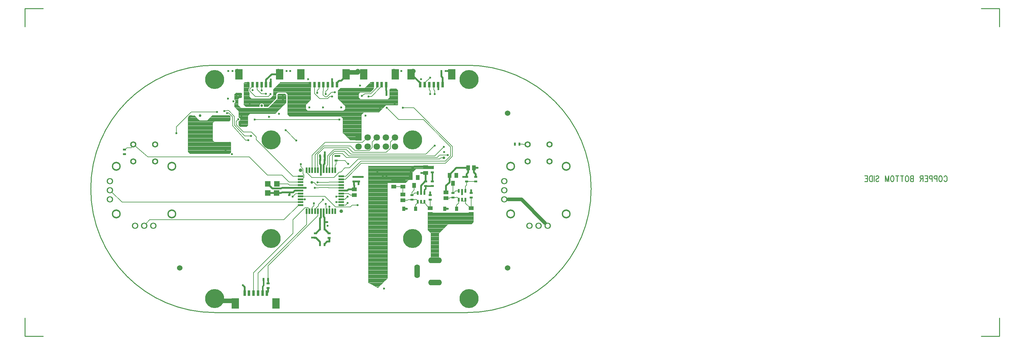
<source format=gbr>
*
*
G04 PADS VX.0 Build Number: 635560 generated Gerber (RS-274-X) file*
G04 PC Version=2.1*
*
%IN "JOG_v1.pcb"*%
*
%MOIN*%
*
%FSLAX35Y35*%
*
*
*
*
G04 PC Standard Apertures*
*
*
G04 Thermal Relief Aperture macro.*
%AMTER*
1,1,$1,0,0*
1,0,$1-$2,0,0*
21,0,$3,$4,0,0,45*
21,0,$3,$4,0,0,135*
%
*
*
G04 Annular Aperture macro.*
%AMANN*
1,1,$1,0,0*
1,0,$2,0,0*
%
*
*
G04 Odd Aperture macro.*
%AMODD*
1,1,$1,0,0*
1,0,$1-0.005,0,0*
%
*
*
G04 PC Custom Aperture Macros*
*
*
*
*
*
*
G04 PC Aperture Table*
*
%ADD010C,0.001*%
%ADD011C,0.004*%
%ADD012C,0.01*%
%ADD018C,0.015*%
%ADD022C,0.008*%
%ADD025R,0.035X0.024*%
%ADD026R,0.024X0.035*%
%ADD028R,0.04331X0.05709*%
%ADD029R,0.03937X0.05512*%
%ADD033C,0.06*%
%ADD035R,0.02756X0.06299*%
%ADD036R,0.08268X0.11811*%
%ADD038O,0.14961X0.06299*%
%ADD039O,0.06299X0.14961*%
%ADD043R,0.07087X0.07087*%
%ADD044C,0.07087*%
%ADD045C,0.20866*%
%ADD051C,0.02*%
%ADD052C,0.00827*%
%ADD053C,0.04*%
%ADD055C,0.02953*%
%ADD057C,0.05*%
%ADD058R,0.05709X0.04331*%
%ADD059R,0.03583X0.04803*%
%ADD060R,0.02087X0.04134*%
%ADD061R,0.06299X0.05906*%
%ADD062R,0.05906X0.02165*%
%ADD063R,0.02165X0.05906*%
%ADD064C,0.03937*%
%ADD100ANN,0.07087X0.04724*%
%ADD101ANN,0.0689X0.03937*%
%ADD102ANN,0.09843X0.0689*%
%ADD105ANN,0.02362X0.005*%
*
*
*
*
G04 PC Circuitry*
G04 Layer Name JOG_v1.pcb - circuitry*
%LPD*%
*
*
G04 PC Custom Flashes*
G04 Layer Name JOG_v1.pcb - flashes*
%LPD*%
*
*
G04 PC Circuitry*
G04 Layer Name JOG_v1.pcb - circuitry*
%LPD*%
*
G54D10*
G54D11*
G01X1751603Y1676666D02*
Y1685137D01*
G75*
G03X1751544Y1685278I-200J0D01*
G01X1750476Y1686347*
G03X1750334Y1686405I-142J-142*
G01X1743560*
G03X1743419Y1686347I0J-200*
G01X1742548Y1685476*
G03X1742489Y1685334I141J-142*
G01Y1681128*
X1732083Y1670722*
X1702339*
X1699144Y1673917*
Y1680739*
X1700417Y1682013*
X1700417D02*
X1702022D01*
X1702022D02*
G03X1702163Y1682071I-0J200D01*
G01X1703116Y1683024*
G03X1703175Y1683166I-141J142*
G01Y1686709*
G03X1703116Y1686851I-200J0*
G01X1702476Y1687491*
G03X1702334Y1687550I-142J-141*
G01X1696916*
G03X1696774Y1687491I-0J-200*
G01X1695259Y1685976*
G03X1695200Y1685834I141J-142*
G01Y1680149*
G03X1695291Y1679982I200J0*
G01Y1676018D02*
G03Y1679982I-1291J1982D01*
G01Y1676018D02*
G03X1695200Y1675851I109J-167D01*
G01Y1672166*
G03X1695259Y1672024I200J-0*
G01X1699700Y1667583*
Y1660847*
G03X1699866Y1660650I200J0*
G01Y1656350D02*
G03Y1660650I-366J2150D01*
G01Y1656350D02*
G03X1699700Y1656153I34J-197D01*
G01Y1651863*
G03X1699759Y1651721I200J-0*
G01X1700971Y1650509*
G03X1701113Y1650450I142J141*
G01X1708084*
G03X1708226Y1650509I0J200*
G01X1709741Y1652024*
G03X1709800Y1652166I-141J142*
G01Y1662583*
X1711917Y1664700*
X1739517*
G03X1739754Y1664734I96J176*
G01X1751544Y1676524*
G03X1751603Y1676666I-141J142*
G01X1874394Y1674666D02*
Y1690428D01*
G03X1874335Y1690569I-200J0*
G01X1872976Y1691929*
G03X1872834Y1691987I-142J-142*
G01X1872834D02*
X1866478D01*
X1866478D02*
G03X1866337Y1691929I0J-200D01*
G01X1865384Y1690976*
G03X1865325Y1690834I141J-142*
G01Y1682292*
X1863583Y1680550*
X1833167*
X1831300Y1682417*
Y1686583*
X1832917Y1688200*
X1844004*
G03X1844145Y1688259I-0J200*
G01X1847741Y1691855*
G03X1847800Y1691996I-141J141*
G01Y1699100*
G03X1847600Y1699300I-200J0*
G01X1844666*
G03X1844524Y1699241I-0J-200*
G01X1838083Y1692800*
X1811666*
G03X1811524Y1692741I-0J-200*
G01X1808759Y1689976*
G03X1808700Y1689834I141J-142*
G01Y1681166*
G03X1808759Y1681024I200J-0*
G01X1816700Y1673083*
Y1669917*
X1814583Y1667800*
X1775417*
X1773300Y1669917*
Y1674583*
X1778741Y1680024*
G03X1778800Y1680166I-141J142*
G01Y1699100*
G03X1778600Y1699300I-200J0*
G01X1745666*
G03X1745524Y1699241I-0J-200*
G01X1737759Y1691476*
G03X1737700Y1691334I141J-142*
G01Y1684917*
X1734083Y1681300*
X1713417*
X1711300Y1683417*
Y1687794*
G03X1711241Y1687935I-200J-0*
G01X1710997Y1688180*
X1710529Y1689310D02*
G03X1710997Y1688180I1597J-0D01*
G01X1710529Y1689310D02*
Y1691791D01*
X1710997Y1692921D02*
G03X1710529Y1691791I1129J-1130D01*
G01X1710997Y1692921D02*
X1711241Y1693166D01*
G03X1711300Y1693307I-141J141*
G01Y1698795*
G03X1711100Y1698995I-200J0*
G01X1706470*
G03X1706329Y1698937I0J-200*
G01X1705368Y1697976*
G03X1705309Y1697834I141J-142*
G01Y1674775*
G03X1705368Y1674634I200J0*
G01X1707524Y1672477*
G03X1707666Y1672419I142J142*
G01X1722279*
G03X1722469Y1672680I-0J200*
G01X1727531D02*
G03X1722469I-2531J820D01*
G01X1727531D02*
G03X1727721Y1672419I190J-61D01*
G01X1731616*
G03X1731757Y1672477I-0J200*
G01X1740804Y1681524*
G03X1740862Y1681666I-142J142*
G01X1740862D02*
Y1686520D01*
X1740862D02*
X1742417Y1688075D01*
X1751458*
X1753450Y1686083*
Y1663916*
G03X1753509Y1663774I200J-0*
G01X1755524Y1661759*
G03X1755666Y1661700I142J141*
G01X1812083*
X1814200Y1659583*
Y1643666*
G03X1814259Y1643524I200J-0*
G01X1822024Y1635759*
G03X1822166Y1635700I142J141*
G01X1834112*
G03X1834312Y1635900I-0J200*
G01Y1663571*
X1836917Y1666177*
X1853358*
G03X1853499Y1666235I-0J200*
G01X1861417Y1674153*
X1873881*
G03X1874023Y1674212I0J200*
G01X1874335Y1674524*
G03X1874394Y1674666I-141J142*
G01X1913800Y1604400D02*
Y1607100D01*
G03X1913600Y1607300I-200J0*
G01X1842400*
G03X1842200Y1607100I0J-200*
G01Y1479240*
G03X1842306Y1479064I200J0*
G01X1852520Y1473628*
G03X1852755Y1473663I94J177*
G01X1863116Y1484024*
G03X1863175Y1484166I-141J142*
G01Y1588950*
X1883084*
G03X1883226Y1589009I0J200*
G01X1886417Y1592200*
X1890100*
G03X1890300Y1592400I0J200*
G01Y1600083*
X1894417Y1604200*
X1913600*
G03X1913800Y1604400I0J200*
G01X1957300Y1545666D02*
Y1555600D01*
G03X1957100Y1555800I-200J0*
G01X1907650*
G03X1907450Y1555600I0J-200*
G01Y1536916*
G03X1907509Y1536774I200J-0*
G01X1910700Y1533583*
Y1501400*
G03X1910900Y1501200I200J0*
G01X1919225*
G03X1919425Y1501400I0J200*
G01Y1533208*
X1929667Y1543450*
X1955084*
G03X1955226Y1543509I0J200*
G01X1957241Y1545524*
G03X1957300Y1545666I-141J142*
G01X1691206Y1622166D02*
Y1632741D01*
G03X1691148Y1632882I-200J-0*
G01X1690476Y1633554*
G03X1690334Y1633612I-142J-142*
G01X1690334D02*
X1672730D01*
X1672730D02*
X1670925Y1635417D01*
Y1654458*
X1672917Y1656450*
X1689084*
G03X1689226Y1656509I0J200*
G01X1690241Y1657524*
G03X1690300Y1657666I-141J142*
G01Y1661834*
G03X1690241Y1661976I-200J0*
G01X1689476Y1662741*
G03X1689334Y1662800I-142J-141*
G01X1670791*
G03X1670649Y1662741I-0J-200*
G01X1665208Y1657300*
X1656417*
X1651220Y1662497*
G03X1651086Y1662556I-141J-141*
G01X1646015Y1662730*
G03X1645867Y1662672I-7J-199*
G01X1644259Y1661064*
G03X1644200Y1660922I141J-142*
G01Y1622666*
G03X1644259Y1622524I200J-0*
G01X1646024Y1620759*
G03X1646166Y1620700I142J141*
G01X1689741*
G03X1689882Y1620759I-0J200*
G01X1691148Y1622024*
G03X1691206Y1622166I-142J142*
G01X1742489Y1685009D02*
X1751603D01*
X1742489Y1684649D02*
X1751603D01*
X1742489Y1684289D02*
X1751603D01*
X1742489Y1683929D02*
X1751603D01*
X1742489Y1683569D02*
X1751603D01*
X1742489Y1683209D02*
X1751603D01*
X1742489Y1682849D02*
X1751603D01*
X1742489Y1682489D02*
X1751603D01*
X1742489Y1682129D02*
X1751603D01*
X1742489Y1681769D02*
X1751603D01*
X1742489Y1681409D02*
X1751603D01*
X1742410Y1681049D02*
X1751603D01*
X1742050Y1680689D02*
X1751603D01*
X1741690Y1680329D02*
X1751603D01*
X1741330Y1679969D02*
X1751603D01*
X1740970Y1679609D02*
X1751603D01*
X1740610Y1679249D02*
X1751603D01*
X1740250Y1678889D02*
X1751603D01*
X1739890Y1678529D02*
X1751603D01*
X1739530Y1678169D02*
X1751603D01*
X1739170Y1677809D02*
X1751603D01*
X1738810Y1677449D02*
X1751603D01*
X1738450Y1677089D02*
X1751603D01*
X1738090Y1676729D02*
X1751603D01*
X1742492Y1685369D02*
X1751454D01*
X1737730Y1676369D02*
X1751389D01*
X1742801Y1685729D02*
X1751094D01*
X1737370Y1676009D02*
X1751029D01*
X1743161Y1686089D02*
X1750734D01*
X1737010Y1675649D02*
X1750669D01*
X1736650Y1675289D02*
X1750309D01*
X1736290Y1674929D02*
X1749949D01*
X1735930Y1674569D02*
X1749589D01*
X1735570Y1674209D02*
X1749229D01*
X1735210Y1673849D02*
X1748869D01*
X1734850Y1673489D02*
X1748509D01*
X1734490Y1673129D02*
X1748149D01*
X1734130Y1672769D02*
X1747789D01*
X1733770Y1672409D02*
X1747429D01*
X1733410Y1672049D02*
X1747069D01*
X1733050Y1671689D02*
X1746709D01*
X1732690Y1671329D02*
X1746349D01*
X1732330Y1670969D02*
X1745989D01*
X1696674Y1670609D02*
X1745629D01*
X1697034Y1670249D02*
X1745269D01*
X1697394Y1669889D02*
X1744909D01*
X1697754Y1669529D02*
X1744549D01*
X1698114Y1669169D02*
X1744189D01*
X1698474Y1668809D02*
X1743829D01*
X1698834Y1668449D02*
X1743469D01*
X1699194Y1668089D02*
X1743109D01*
X1699554Y1667729D02*
X1742749D01*
X1699700Y1667369D02*
X1742389D01*
X1699700Y1667009D02*
X1742029D01*
X1699700Y1666649D02*
X1741669D01*
X1699700Y1666289D02*
X1741309D01*
X1699700Y1665929D02*
X1740949D01*
X1699700Y1665569D02*
X1740589D01*
X1699700Y1665209D02*
X1740229D01*
X1699700Y1664849D02*
X1739869D01*
X1699700Y1664489D02*
X1711706D01*
X1699700Y1664129D02*
X1711346D01*
X1699700Y1663769D02*
X1710986D01*
X1699700Y1663409D02*
X1710626D01*
X1699700Y1663049D02*
X1710266D01*
X1699700Y1662689D02*
X1709906D01*
X1699700Y1662329D02*
X1709800D01*
X1699700Y1661969D02*
X1709800D01*
X1699700Y1661609D02*
X1709800D01*
X1699700Y1661249D02*
X1709800D01*
X1699700Y1660889D02*
X1709800D01*
X1700301Y1660529D02*
X1709800D01*
X1700905Y1660169D02*
X1709800D01*
X1701245Y1659809D02*
X1709800D01*
X1701464Y1659449D02*
X1709800D01*
X1701600Y1659089D02*
X1709800D01*
X1701669Y1658729D02*
X1709800D01*
X1701677Y1658369D02*
X1709800D01*
X1701625Y1658009D02*
X1709800D01*
X1701508Y1657649D02*
X1709800D01*
X1701314Y1657289D02*
X1709800D01*
X1701013Y1656929D02*
X1709800D01*
X1700514Y1656569D02*
X1709800D01*
X1699708Y1656209D02*
X1709800D01*
X1699700Y1655849D02*
X1709800D01*
X1699700Y1655489D02*
X1709800D01*
X1699700Y1655129D02*
X1709800D01*
X1699700Y1654769D02*
X1709800D01*
X1699700Y1654409D02*
X1709800D01*
X1699700Y1654049D02*
X1709800D01*
X1699700Y1653689D02*
X1709800D01*
X1699700Y1653329D02*
X1709800D01*
X1699700Y1652969D02*
X1709800D01*
X1699700Y1652609D02*
X1709800D01*
X1699700Y1652249D02*
X1709800D01*
X1699700Y1651889D02*
X1709606D01*
X1699951Y1651529D02*
X1709246D01*
X1700311Y1651169D02*
X1708886D01*
X1700671Y1650809D02*
X1708526D01*
X1695732Y1686449D02*
X1703175D01*
X1695372Y1686089D02*
X1703175D01*
X1695200Y1685729D02*
X1703175D01*
X1695200Y1685369D02*
X1703175D01*
X1695200Y1685009D02*
X1703175D01*
X1695200Y1684649D02*
X1703175D01*
X1695200Y1684289D02*
X1703175D01*
X1695200Y1683929D02*
X1703175D01*
X1695200Y1683569D02*
X1703175D01*
X1695200Y1683209D02*
X1703175D01*
X1696092Y1686809D02*
X1703149D01*
X1695200Y1682849D02*
X1702941D01*
X1696452Y1687169D02*
X1702798D01*
X1695200Y1682489D02*
X1702581D01*
X1696826Y1687529D02*
X1702424D01*
X1695200Y1682129D02*
X1702221D01*
X1696314Y1670969D02*
X1702092D01*
X1695954Y1671329D02*
X1701732D01*
X1695594Y1671689D02*
X1701372D01*
X1695238Y1672049D02*
X1701012D01*
X1695200Y1672409D02*
X1700652D01*
X1695200Y1672769D02*
X1700292D01*
X1695200Y1681769D02*
X1700173D01*
X1695200Y1673129D02*
X1699932D01*
X1695200Y1681409D02*
X1699813D01*
X1695200Y1673489D02*
X1699572D01*
X1695200Y1681049D02*
X1699453D01*
X1695200Y1673849D02*
X1699212D01*
X1695200Y1680689D02*
X1699144D01*
X1695200Y1680329D02*
X1699144D01*
X1695311Y1679969D02*
X1699144D01*
X1695734Y1679609D02*
X1699144D01*
X1696009Y1679249D02*
X1699144D01*
X1696192Y1678889D02*
X1699144D01*
X1696305Y1678529D02*
X1699144D01*
X1696359Y1678169D02*
X1699144D01*
X1696357Y1677809D02*
X1699144D01*
X1696300Y1677449D02*
X1699144D01*
X1696183Y1677089D02*
X1699144D01*
X1695994Y1676729D02*
X1699144D01*
X1695712Y1676369D02*
X1699144D01*
X1695277Y1676009D02*
X1699144D01*
X1695200Y1675649D02*
X1699144D01*
X1695200Y1675289D02*
X1699144D01*
X1695200Y1674929D02*
X1699144D01*
X1695200Y1674569D02*
X1699144D01*
X1695200Y1674209D02*
X1699144D01*
X1865325Y1690419D02*
X1874394D01*
X1865325Y1690059D02*
X1874394D01*
X1865325Y1689699D02*
X1874394D01*
X1865325Y1689339D02*
X1874394D01*
X1865325Y1688979D02*
X1874394D01*
X1865325Y1688619D02*
X1874394D01*
X1865325Y1688259D02*
X1874394D01*
X1865325Y1687899D02*
X1874394D01*
X1865325Y1687539D02*
X1874394D01*
X1865325Y1687179D02*
X1874394D01*
X1865325Y1686819D02*
X1874394D01*
X1865325Y1686459D02*
X1874394D01*
X1865325Y1686099D02*
X1874394D01*
X1865325Y1685739D02*
X1874394D01*
X1865325Y1685379D02*
X1874394D01*
X1865325Y1685019D02*
X1874394D01*
X1865325Y1684659D02*
X1874394D01*
X1865325Y1684299D02*
X1874394D01*
X1865325Y1683939D02*
X1874394D01*
X1865325Y1683579D02*
X1874394D01*
X1865325Y1683219D02*
X1874394D01*
X1865325Y1682859D02*
X1874394D01*
X1865325Y1682499D02*
X1874394D01*
X1865172Y1682139D02*
X1874394D01*
X1864812Y1681779D02*
X1874394D01*
X1864452Y1681419D02*
X1874394D01*
X1864092Y1681059D02*
X1874394D01*
X1863732Y1680699D02*
X1874394D01*
X1809444Y1680339D02*
X1874394D01*
X1809804Y1679979D02*
X1874394D01*
X1810164Y1679619D02*
X1874394D01*
X1810524Y1679259D02*
X1874394D01*
X1810884Y1678899D02*
X1874394D01*
X1811244Y1678539D02*
X1874394D01*
X1811604Y1678179D02*
X1874394D01*
X1811964Y1677819D02*
X1874394D01*
X1812324Y1677459D02*
X1874394D01*
X1812684Y1677099D02*
X1874394D01*
X1813044Y1676739D02*
X1874394D01*
X1813404Y1676379D02*
X1874394D01*
X1813764Y1676019D02*
X1874394D01*
X1814124Y1675659D02*
X1874394D01*
X1814484Y1675299D02*
X1874394D01*
X1814844Y1674939D02*
X1874394D01*
X1815204Y1674579D02*
X1874374D01*
X1865325Y1690779D02*
X1874126D01*
X1815564Y1674219D02*
X1874030D01*
X1865547Y1691139D02*
X1873766D01*
X1865907Y1691499D02*
X1873406D01*
X1866267Y1691859D02*
X1873046D01*
X1815924Y1673859D02*
X1861123D01*
X1816284Y1673499D02*
X1860763D01*
X1816644Y1673139D02*
X1860403D01*
X1816700Y1672779D02*
X1860043D01*
X1816700Y1672419D02*
X1859683D01*
X1816700Y1672059D02*
X1859323D01*
X1816700Y1671699D02*
X1858963D01*
X1816700Y1671339D02*
X1858603D01*
X1816700Y1670979D02*
X1858243D01*
X1816700Y1670619D02*
X1857883D01*
X1816700Y1670259D02*
X1857523D01*
X1816682Y1669899D02*
X1857163D01*
X1816322Y1669539D02*
X1856803D01*
X1815962Y1669179D02*
X1856443D01*
X1815602Y1668819D02*
X1856083D01*
X1815242Y1668459D02*
X1855723D01*
X1814882Y1668099D02*
X1855363D01*
X1753450Y1667739D02*
X1855003D01*
X1753450Y1667379D02*
X1854643D01*
X1753450Y1667019D02*
X1854283D01*
X1753450Y1666659D02*
X1853923D01*
X1753450Y1666299D02*
X1853563D01*
X1844342Y1699059D02*
X1847800D01*
X1843982Y1698699D02*
X1847800D01*
X1843622Y1698339D02*
X1847800D01*
X1843262Y1697979D02*
X1847800D01*
X1842902Y1697619D02*
X1847800D01*
X1842542Y1697259D02*
X1847800D01*
X1842182Y1696899D02*
X1847800D01*
X1841822Y1696539D02*
X1847800D01*
X1841462Y1696179D02*
X1847800D01*
X1841102Y1695819D02*
X1847800D01*
X1840742Y1695459D02*
X1847800D01*
X1840382Y1695099D02*
X1847800D01*
X1840022Y1694739D02*
X1847800D01*
X1839662Y1694379D02*
X1847800D01*
X1839302Y1694019D02*
X1847800D01*
X1838942Y1693659D02*
X1847800D01*
X1838582Y1693299D02*
X1847800D01*
X1838222Y1692939D02*
X1847800D01*
X1811362Y1692579D02*
X1847800D01*
X1811002Y1692219D02*
X1847800D01*
X1810642Y1691859D02*
X1847745D01*
X1810282Y1691499D02*
X1847385D01*
X1809922Y1691139D02*
X1847025D01*
X1809562Y1690779D02*
X1846665D01*
X1809202Y1690419D02*
X1846305D01*
X1808842Y1690059D02*
X1845945D01*
X1808700Y1689699D02*
X1845585D01*
X1808700Y1689339D02*
X1845225D01*
X1808700Y1688979D02*
X1844865D01*
X1808700Y1688619D02*
X1844505D01*
X1808700Y1688259D02*
X1844145D01*
X1753450Y1665939D02*
X1836679D01*
X1753450Y1665579D02*
X1836319D01*
X1753450Y1665219D02*
X1835959D01*
X1753450Y1664859D02*
X1835599D01*
X1753450Y1664499D02*
X1835239D01*
X1753450Y1664139D02*
X1834879D01*
X1753504Y1663779D02*
X1834519D01*
X1753864Y1663419D02*
X1834312D01*
X1754224Y1663059D02*
X1834312D01*
X1754584Y1662699D02*
X1834312D01*
X1754944Y1662339D02*
X1834312D01*
X1755304Y1661979D02*
X1834312D01*
X1812164Y1661619D02*
X1834312D01*
X1812524Y1661259D02*
X1834312D01*
X1812884Y1660899D02*
X1834312D01*
X1813244Y1660539D02*
X1834312D01*
X1813604Y1660179D02*
X1834312D01*
X1813964Y1659819D02*
X1834312D01*
X1814200Y1659459D02*
X1834312D01*
X1814200Y1659099D02*
X1834312D01*
X1814200Y1658739D02*
X1834312D01*
X1814200Y1658379D02*
X1834312D01*
X1814200Y1658019D02*
X1834312D01*
X1814200Y1657659D02*
X1834312D01*
X1814200Y1657299D02*
X1834312D01*
X1814200Y1656939D02*
X1834312D01*
X1814200Y1656579D02*
X1834312D01*
X1814200Y1656219D02*
X1834312D01*
X1814200Y1655859D02*
X1834312D01*
X1814200Y1655499D02*
X1834312D01*
X1814200Y1655139D02*
X1834312D01*
X1814200Y1654779D02*
X1834312D01*
X1814200Y1654419D02*
X1834312D01*
X1814200Y1654059D02*
X1834312D01*
X1814200Y1653699D02*
X1834312D01*
X1814200Y1653339D02*
X1834312D01*
X1814200Y1652979D02*
X1834312D01*
X1814200Y1652619D02*
X1834312D01*
X1814200Y1652259D02*
X1834312D01*
X1814200Y1651899D02*
X1834312D01*
X1814200Y1651539D02*
X1834312D01*
X1814200Y1651179D02*
X1834312D01*
X1814200Y1650819D02*
X1834312D01*
X1814200Y1650459D02*
X1834312D01*
X1814200Y1650099D02*
X1834312D01*
X1814200Y1649739D02*
X1834312D01*
X1814200Y1649379D02*
X1834312D01*
X1814200Y1649019D02*
X1834312D01*
X1814200Y1648659D02*
X1834312D01*
X1814200Y1648299D02*
X1834312D01*
X1814200Y1647939D02*
X1834312D01*
X1814200Y1647579D02*
X1834312D01*
X1814200Y1647219D02*
X1834312D01*
X1814200Y1646859D02*
X1834312D01*
X1814200Y1646499D02*
X1834312D01*
X1814200Y1646139D02*
X1834312D01*
X1814200Y1645779D02*
X1834312D01*
X1814200Y1645419D02*
X1834312D01*
X1814200Y1645059D02*
X1834312D01*
X1814200Y1644699D02*
X1834312D01*
X1814200Y1644339D02*
X1834312D01*
X1814200Y1643979D02*
X1834312D01*
X1814206Y1643619D02*
X1834312D01*
X1814524Y1643259D02*
X1834312D01*
X1814884Y1642899D02*
X1834312D01*
X1815244Y1642539D02*
X1834312D01*
X1815604Y1642179D02*
X1834312D01*
X1815964Y1641819D02*
X1834312D01*
X1816324Y1641459D02*
X1834312D01*
X1816684Y1641099D02*
X1834312D01*
X1817044Y1640739D02*
X1834312D01*
X1817404Y1640379D02*
X1834312D01*
X1817764Y1640019D02*
X1834312D01*
X1818124Y1639659D02*
X1834312D01*
X1818484Y1639299D02*
X1834312D01*
X1818844Y1638939D02*
X1834312D01*
X1819204Y1638579D02*
X1834312D01*
X1819564Y1638219D02*
X1834312D01*
X1819924Y1637859D02*
X1834312D01*
X1820284Y1637499D02*
X1834312D01*
X1820644Y1637139D02*
X1834312D01*
X1821004Y1636779D02*
X1834312D01*
X1821364Y1636419D02*
X1834312D01*
X1821724Y1636059D02*
X1834312D01*
X1809084Y1680699D02*
X1833018D01*
X1808731Y1681059D02*
X1832658D01*
X1808700Y1687899D02*
X1832616D01*
X1808700Y1681419D02*
X1832298D01*
X1808700Y1687539D02*
X1832256D01*
X1808700Y1681779D02*
X1831938D01*
X1808700Y1687179D02*
X1831896D01*
X1808700Y1682139D02*
X1831578D01*
X1808700Y1686819D02*
X1831536D01*
X1808700Y1686459D02*
X1831300D01*
X1808700Y1686099D02*
X1831300D01*
X1808700Y1685739D02*
X1831300D01*
X1808700Y1685379D02*
X1831300D01*
X1808700Y1685019D02*
X1831300D01*
X1808700Y1684659D02*
X1831300D01*
X1808700Y1684299D02*
X1831300D01*
X1808700Y1683939D02*
X1831300D01*
X1808700Y1683579D02*
X1831300D01*
X1808700Y1683219D02*
X1831300D01*
X1808700Y1682859D02*
X1831300D01*
X1808700Y1682499D02*
X1831300D01*
X1745342Y1699059D02*
X1778800D01*
X1744982Y1698699D02*
X1778800D01*
X1744622Y1698339D02*
X1778800D01*
X1744262Y1697979D02*
X1778800D01*
X1743902Y1697619D02*
X1778800D01*
X1743542Y1697259D02*
X1778800D01*
X1743182Y1696899D02*
X1778800D01*
X1742822Y1696539D02*
X1778800D01*
X1742462Y1696179D02*
X1778800D01*
X1742102Y1695819D02*
X1778800D01*
X1741742Y1695459D02*
X1778800D01*
X1741382Y1695099D02*
X1778800D01*
X1741022Y1694739D02*
X1778800D01*
X1740662Y1694379D02*
X1778800D01*
X1740302Y1694019D02*
X1778800D01*
X1739942Y1693659D02*
X1778800D01*
X1739582Y1693299D02*
X1778800D01*
X1739222Y1692939D02*
X1778800D01*
X1738862Y1692579D02*
X1778800D01*
X1738502Y1692219D02*
X1778800D01*
X1738142Y1691859D02*
X1778800D01*
X1737782Y1691499D02*
X1778800D01*
X1737700Y1691139D02*
X1778800D01*
X1737700Y1690779D02*
X1778800D01*
X1737700Y1690419D02*
X1778800D01*
X1737700Y1690059D02*
X1778800D01*
X1737700Y1689699D02*
X1778800D01*
X1737700Y1689339D02*
X1778800D01*
X1737700Y1688979D02*
X1778800D01*
X1737700Y1688619D02*
X1778800D01*
X1737700Y1688259D02*
X1778800D01*
X1751634Y1687899D02*
X1778800D01*
X1751994Y1687539D02*
X1778800D01*
X1752354Y1687179D02*
X1778800D01*
X1752714Y1686819D02*
X1778800D01*
X1753074Y1686459D02*
X1778800D01*
X1753434Y1686099D02*
X1778800D01*
X1753450Y1685739D02*
X1778800D01*
X1753450Y1685379D02*
X1778800D01*
X1753450Y1685019D02*
X1778800D01*
X1753450Y1684659D02*
X1778800D01*
X1753450Y1684299D02*
X1778800D01*
X1753450Y1683939D02*
X1778800D01*
X1753450Y1683579D02*
X1778800D01*
X1753450Y1683219D02*
X1778800D01*
X1753450Y1682859D02*
X1778800D01*
X1753450Y1682499D02*
X1778800D01*
X1753450Y1682139D02*
X1778800D01*
X1753450Y1681779D02*
X1778800D01*
X1753450Y1681419D02*
X1778800D01*
X1753450Y1681059D02*
X1778800D01*
X1753450Y1680699D02*
X1778800D01*
X1753450Y1680339D02*
X1778800D01*
X1753450Y1679979D02*
X1778696D01*
X1753450Y1679619D02*
X1778336D01*
X1753450Y1679259D02*
X1777976D01*
X1753450Y1678899D02*
X1777616D01*
X1753450Y1678539D02*
X1777256D01*
X1753450Y1678179D02*
X1776896D01*
X1753450Y1677819D02*
X1776536D01*
X1753450Y1677459D02*
X1776176D01*
X1753450Y1677099D02*
X1775816D01*
X1753450Y1676739D02*
X1775456D01*
X1753450Y1668099D02*
X1775118D01*
X1753450Y1676379D02*
X1775096D01*
X1753450Y1668459D02*
X1774758D01*
X1753450Y1676019D02*
X1774736D01*
X1753450Y1668819D02*
X1774398D01*
X1753450Y1675659D02*
X1774376D01*
X1753450Y1669179D02*
X1774038D01*
X1753450Y1675299D02*
X1774016D01*
X1753450Y1669539D02*
X1773678D01*
X1753450Y1674939D02*
X1773656D01*
X1753450Y1669899D02*
X1773318D01*
X1753450Y1674579D02*
X1773300D01*
X1753450Y1674219D02*
X1773300D01*
X1753450Y1673859D02*
X1773300D01*
X1753450Y1673499D02*
X1773300D01*
X1753450Y1673139D02*
X1773300D01*
X1753450Y1672779D02*
X1773300D01*
X1753450Y1672419D02*
X1773300D01*
X1753450Y1672059D02*
X1773300D01*
X1753450Y1671699D02*
X1773300D01*
X1753450Y1671339D02*
X1773300D01*
X1753450Y1670979D02*
X1773300D01*
X1753450Y1670619D02*
X1773300D01*
X1753450Y1670259D02*
X1773300D01*
X1737700Y1687899D02*
X1742241D01*
X1737700Y1687539D02*
X1741881D01*
X1737700Y1687179D02*
X1741521D01*
X1737700Y1686819D02*
X1741161D01*
X1737700Y1686459D02*
X1740862D01*
X1737700Y1686099D02*
X1740862D01*
X1737700Y1685739D02*
X1740862D01*
X1737700Y1685379D02*
X1740862D01*
X1737700Y1685019D02*
X1740862D01*
X1737442Y1684659D02*
X1740862D01*
X1737082Y1684299D02*
X1740862D01*
X1736722Y1683939D02*
X1740862D01*
X1736362Y1683579D02*
X1740862D01*
X1736002Y1683219D02*
X1740862D01*
X1735642Y1682859D02*
X1740862D01*
X1735282Y1682499D02*
X1740862D01*
X1734922Y1682139D02*
X1740862D01*
X1734562Y1681779D02*
X1740862D01*
X1734202Y1681419D02*
X1740698D01*
X1705309Y1681059D02*
X1740338D01*
X1705309Y1680699D02*
X1739978D01*
X1705309Y1680339D02*
X1739618D01*
X1705309Y1679979D02*
X1739258D01*
X1705309Y1679619D02*
X1738898D01*
X1705309Y1679259D02*
X1738538D01*
X1705309Y1678899D02*
X1738178D01*
X1705309Y1678539D02*
X1737818D01*
X1705309Y1678179D02*
X1737458D01*
X1705309Y1677819D02*
X1737098D01*
X1705309Y1677459D02*
X1736738D01*
X1705309Y1677099D02*
X1736378D01*
X1705309Y1676739D02*
X1736018D01*
X1705309Y1676379D02*
X1735658D01*
X1725857Y1676019D02*
X1735298D01*
X1726555Y1675659D02*
X1734938D01*
X1726960Y1675299D02*
X1734578D01*
X1727238Y1674939D02*
X1734218D01*
X1727432Y1674579D02*
X1733858D01*
X1727561Y1674219D02*
X1733498D01*
X1727636Y1673859D02*
X1733138D01*
X1727660Y1673499D02*
X1732778D01*
X1727636Y1673139D02*
X1732418D01*
X1727561Y1672779D02*
X1732058D01*
X1705309Y1676019D02*
X1724143D01*
X1705309Y1675659D02*
X1723445D01*
X1705309Y1675299D02*
X1723040D01*
X1705309Y1674939D02*
X1722762D01*
X1705423Y1674579D02*
X1722568D01*
X1707223Y1672779D02*
X1722439D01*
X1705783Y1674219D02*
X1722439D01*
X1706863Y1673139D02*
X1722364D01*
X1706143Y1673859D02*
X1722364D01*
X1706503Y1673499D02*
X1722340D01*
X1705309Y1681419D02*
X1713298D01*
X1705309Y1681779D02*
X1712938D01*
X1705309Y1682139D02*
X1712578D01*
X1705309Y1682499D02*
X1712218D01*
X1705309Y1682859D02*
X1711858D01*
X1705309Y1683219D02*
X1711498D01*
X1706091Y1698699D02*
X1711300D01*
X1705731Y1698339D02*
X1711300D01*
X1705371Y1697979D02*
X1711300D01*
X1705309Y1697619D02*
X1711300D01*
X1705309Y1697259D02*
X1711300D01*
X1705309Y1696899D02*
X1711300D01*
X1705309Y1696539D02*
X1711300D01*
X1705309Y1696179D02*
X1711300D01*
X1705309Y1695819D02*
X1711300D01*
X1705309Y1695459D02*
X1711300D01*
X1705309Y1695099D02*
X1711300D01*
X1705309Y1694739D02*
X1711300D01*
X1705309Y1694379D02*
X1711300D01*
X1705309Y1694019D02*
X1711300D01*
X1705309Y1693659D02*
X1711300D01*
X1705309Y1687539D02*
X1711300D01*
X1705309Y1687179D02*
X1711300D01*
X1705309Y1686819D02*
X1711300D01*
X1705309Y1686459D02*
X1711300D01*
X1705309Y1686099D02*
X1711300D01*
X1705309Y1685739D02*
X1711300D01*
X1705309Y1685379D02*
X1711300D01*
X1705309Y1685019D02*
X1711300D01*
X1705309Y1684659D02*
X1711300D01*
X1705309Y1684299D02*
X1711300D01*
X1705309Y1683939D02*
X1711300D01*
X1705309Y1683579D02*
X1711300D01*
X1705309Y1693299D02*
X1711300D01*
X1705309Y1687899D02*
X1711270D01*
X1705309Y1692939D02*
X1711014D01*
X1705309Y1688259D02*
X1710923D01*
X1705309Y1692579D02*
X1710736D01*
X1705309Y1688619D02*
X1710686D01*
X1705309Y1692219D02*
X1710587D01*
X1705309Y1688979D02*
X1710563D01*
X1705309Y1691859D02*
X1710530D01*
X1705309Y1691499D02*
X1710529D01*
X1705309Y1691139D02*
X1710529D01*
X1705309Y1690779D02*
X1710529D01*
X1705309Y1690419D02*
X1710529D01*
X1705309Y1690059D02*
X1710529D01*
X1705309Y1689699D02*
X1710529D01*
X1705309Y1689339D02*
X1710529D01*
X1842200Y1606757D02*
X1913800D01*
X1842200Y1606397D02*
X1913800D01*
X1842200Y1606037D02*
X1913800D01*
X1842200Y1605677D02*
X1913800D01*
X1842200Y1605317D02*
X1913800D01*
X1842200Y1604957D02*
X1913800D01*
X1842200Y1604597D02*
X1913800D01*
X1842201Y1607117D02*
X1913799D01*
X1842200Y1604237D02*
X1913716D01*
X1842200Y1603877D02*
X1894094D01*
X1842200Y1603517D02*
X1893734D01*
X1842200Y1603157D02*
X1893374D01*
X1842200Y1602797D02*
X1893014D01*
X1842200Y1602437D02*
X1892654D01*
X1842200Y1602077D02*
X1892294D01*
X1842200Y1601717D02*
X1891934D01*
X1842200Y1601357D02*
X1891574D01*
X1842200Y1600997D02*
X1891214D01*
X1842200Y1600637D02*
X1890854D01*
X1842200Y1600277D02*
X1890494D01*
X1842200Y1599917D02*
X1890300D01*
X1842200Y1599557D02*
X1890300D01*
X1842200Y1599197D02*
X1890300D01*
X1842200Y1598837D02*
X1890300D01*
X1842200Y1598477D02*
X1890300D01*
X1842200Y1598117D02*
X1890300D01*
X1842200Y1597757D02*
X1890300D01*
X1842200Y1597397D02*
X1890300D01*
X1842200Y1597037D02*
X1890300D01*
X1842200Y1596677D02*
X1890300D01*
X1842200Y1596317D02*
X1890300D01*
X1842200Y1595957D02*
X1890300D01*
X1842200Y1595597D02*
X1890300D01*
X1842200Y1595237D02*
X1890300D01*
X1842200Y1594877D02*
X1890300D01*
X1842200Y1594517D02*
X1890300D01*
X1842200Y1594157D02*
X1890300D01*
X1842200Y1593797D02*
X1890300D01*
X1842200Y1593437D02*
X1890300D01*
X1842200Y1593077D02*
X1890300D01*
X1842200Y1592717D02*
X1890300D01*
X1842200Y1592357D02*
X1890295D01*
X1842200Y1591997D02*
X1886214D01*
X1842200Y1591637D02*
X1885854D01*
X1842200Y1591277D02*
X1885494D01*
X1842200Y1590917D02*
X1885134D01*
X1842200Y1590557D02*
X1884774D01*
X1842200Y1590197D02*
X1884414D01*
X1842200Y1589837D02*
X1884054D01*
X1842200Y1589477D02*
X1883694D01*
X1842200Y1589117D02*
X1883334D01*
X1842200Y1588757D02*
X1863175D01*
X1842200Y1588397D02*
X1863175D01*
X1842200Y1588037D02*
X1863175D01*
X1842200Y1587677D02*
X1863175D01*
X1842200Y1587317D02*
X1863175D01*
X1842200Y1586957D02*
X1863175D01*
X1842200Y1586597D02*
X1863175D01*
X1842200Y1586237D02*
X1863175D01*
X1842200Y1585877D02*
X1863175D01*
X1842200Y1585517D02*
X1863175D01*
X1842200Y1585157D02*
X1863175D01*
X1842200Y1584797D02*
X1863175D01*
X1842200Y1584437D02*
X1863175D01*
X1842200Y1584077D02*
X1863175D01*
X1842200Y1583717D02*
X1863175D01*
X1842200Y1583357D02*
X1863175D01*
X1842200Y1582997D02*
X1863175D01*
X1842200Y1582637D02*
X1863175D01*
X1842200Y1582277D02*
X1863175D01*
X1842200Y1581917D02*
X1863175D01*
X1842200Y1581557D02*
X1863175D01*
X1842200Y1581197D02*
X1863175D01*
X1842200Y1580837D02*
X1863175D01*
X1842200Y1580477D02*
X1863175D01*
X1842200Y1580117D02*
X1863175D01*
X1842200Y1579757D02*
X1863175D01*
X1842200Y1579397D02*
X1863175D01*
X1842200Y1579037D02*
X1863175D01*
X1842200Y1578677D02*
X1863175D01*
X1842200Y1578317D02*
X1863175D01*
X1842200Y1577957D02*
X1863175D01*
X1842200Y1577597D02*
X1863175D01*
X1842200Y1577237D02*
X1863175D01*
X1842200Y1576877D02*
X1863175D01*
X1842200Y1576517D02*
X1863175D01*
X1842200Y1576157D02*
X1863175D01*
X1842200Y1575797D02*
X1863175D01*
X1842200Y1575437D02*
X1863175D01*
X1842200Y1575077D02*
X1863175D01*
X1842200Y1574717D02*
X1863175D01*
X1842200Y1574357D02*
X1863175D01*
X1842200Y1573997D02*
X1863175D01*
X1842200Y1573637D02*
X1863175D01*
X1842200Y1573277D02*
X1863175D01*
X1842200Y1572917D02*
X1863175D01*
X1842200Y1572557D02*
X1863175D01*
X1842200Y1572197D02*
X1863175D01*
X1842200Y1571837D02*
X1863175D01*
X1842200Y1571477D02*
X1863175D01*
X1842200Y1571117D02*
X1863175D01*
X1842200Y1570757D02*
X1863175D01*
X1842200Y1570397D02*
X1863175D01*
X1842200Y1570037D02*
X1863175D01*
X1842200Y1569677D02*
X1863175D01*
X1842200Y1569317D02*
X1863175D01*
X1842200Y1568957D02*
X1863175D01*
X1842200Y1568597D02*
X1863175D01*
X1842200Y1568237D02*
X1863175D01*
X1842200Y1567877D02*
X1863175D01*
X1842200Y1567517D02*
X1863175D01*
X1842200Y1567157D02*
X1863175D01*
X1842200Y1566797D02*
X1863175D01*
X1842200Y1566437D02*
X1863175D01*
X1842200Y1566077D02*
X1863175D01*
X1842200Y1565717D02*
X1863175D01*
X1842200Y1565357D02*
X1863175D01*
X1842200Y1564997D02*
X1863175D01*
X1842200Y1564637D02*
X1863175D01*
X1842200Y1564277D02*
X1863175D01*
X1842200Y1563917D02*
X1863175D01*
X1842200Y1563557D02*
X1863175D01*
X1842200Y1563197D02*
X1863175D01*
X1842200Y1562837D02*
X1863175D01*
X1842200Y1562477D02*
X1863175D01*
X1842200Y1562117D02*
X1863175D01*
X1842200Y1561757D02*
X1863175D01*
X1842200Y1561397D02*
X1863175D01*
X1842200Y1561037D02*
X1863175D01*
X1842200Y1560677D02*
X1863175D01*
X1842200Y1560317D02*
X1863175D01*
X1842200Y1559957D02*
X1863175D01*
X1842200Y1559597D02*
X1863175D01*
X1842200Y1559237D02*
X1863175D01*
X1842200Y1558877D02*
X1863175D01*
X1842200Y1558517D02*
X1863175D01*
X1842200Y1558157D02*
X1863175D01*
X1842200Y1557797D02*
X1863175D01*
X1842200Y1557437D02*
X1863175D01*
X1842200Y1557077D02*
X1863175D01*
X1842200Y1556717D02*
X1863175D01*
X1842200Y1556357D02*
X1863175D01*
X1842200Y1555997D02*
X1863175D01*
X1842200Y1555637D02*
X1863175D01*
X1842200Y1555277D02*
X1863175D01*
X1842200Y1554917D02*
X1863175D01*
X1842200Y1554557D02*
X1863175D01*
X1842200Y1554197D02*
X1863175D01*
X1842200Y1553837D02*
X1863175D01*
X1842200Y1553477D02*
X1863175D01*
X1842200Y1553117D02*
X1863175D01*
X1842200Y1552757D02*
X1863175D01*
X1842200Y1552397D02*
X1863175D01*
X1842200Y1552037D02*
X1863175D01*
X1842200Y1551677D02*
X1863175D01*
X1842200Y1551317D02*
X1863175D01*
X1842200Y1550957D02*
X1863175D01*
X1842200Y1550597D02*
X1863175D01*
X1842200Y1550237D02*
X1863175D01*
X1842200Y1549877D02*
X1863175D01*
X1842200Y1549517D02*
X1863175D01*
X1842200Y1549157D02*
X1863175D01*
X1842200Y1548797D02*
X1863175D01*
X1842200Y1548437D02*
X1863175D01*
X1842200Y1548077D02*
X1863175D01*
X1842200Y1547717D02*
X1863175D01*
X1842200Y1547357D02*
X1863175D01*
X1842200Y1546997D02*
X1863175D01*
X1842200Y1546637D02*
X1863175D01*
X1842200Y1546277D02*
X1863175D01*
X1842200Y1545917D02*
X1863175D01*
X1842200Y1545557D02*
X1863175D01*
X1842200Y1545197D02*
X1863175D01*
X1842200Y1544837D02*
X1863175D01*
X1842200Y1544477D02*
X1863175D01*
X1842200Y1544117D02*
X1863175D01*
X1842200Y1543757D02*
X1863175D01*
X1842200Y1543397D02*
X1863175D01*
X1842200Y1543037D02*
X1863175D01*
X1842200Y1542677D02*
X1863175D01*
X1842200Y1542317D02*
X1863175D01*
X1842200Y1541957D02*
X1863175D01*
X1842200Y1541597D02*
X1863175D01*
X1842200Y1541237D02*
X1863175D01*
X1842200Y1540877D02*
X1863175D01*
X1842200Y1540517D02*
X1863175D01*
X1842200Y1540157D02*
X1863175D01*
X1842200Y1539797D02*
X1863175D01*
X1842200Y1539437D02*
X1863175D01*
X1842200Y1539077D02*
X1863175D01*
X1842200Y1538717D02*
X1863175D01*
X1842200Y1538357D02*
X1863175D01*
X1842200Y1537997D02*
X1863175D01*
X1842200Y1537637D02*
X1863175D01*
X1842200Y1537277D02*
X1863175D01*
X1842200Y1536917D02*
X1863175D01*
X1842200Y1536557D02*
X1863175D01*
X1842200Y1536197D02*
X1863175D01*
X1842200Y1535837D02*
X1863175D01*
X1842200Y1535477D02*
X1863175D01*
X1842200Y1535117D02*
X1863175D01*
X1842200Y1534757D02*
X1863175D01*
X1842200Y1534397D02*
X1863175D01*
X1842200Y1534037D02*
X1863175D01*
X1842200Y1533677D02*
X1863175D01*
X1842200Y1533317D02*
X1863175D01*
X1842200Y1532957D02*
X1863175D01*
X1842200Y1532597D02*
X1863175D01*
X1842200Y1532237D02*
X1863175D01*
X1842200Y1531877D02*
X1863175D01*
X1842200Y1531517D02*
X1863175D01*
X1842200Y1531157D02*
X1863175D01*
X1842200Y1530797D02*
X1863175D01*
X1842200Y1530437D02*
X1863175D01*
X1842200Y1530077D02*
X1863175D01*
X1842200Y1529717D02*
X1863175D01*
X1842200Y1529357D02*
X1863175D01*
X1842200Y1528997D02*
X1863175D01*
X1842200Y1528637D02*
X1863175D01*
X1842200Y1528277D02*
X1863175D01*
X1842200Y1527917D02*
X1863175D01*
X1842200Y1527557D02*
X1863175D01*
X1842200Y1527197D02*
X1863175D01*
X1842200Y1526837D02*
X1863175D01*
X1842200Y1526477D02*
X1863175D01*
X1842200Y1526117D02*
X1863175D01*
X1842200Y1525757D02*
X1863175D01*
X1842200Y1525397D02*
X1863175D01*
X1842200Y1525037D02*
X1863175D01*
X1842200Y1524677D02*
X1863175D01*
X1842200Y1524317D02*
X1863175D01*
X1842200Y1523957D02*
X1863175D01*
X1842200Y1523597D02*
X1863175D01*
X1842200Y1523237D02*
X1863175D01*
X1842200Y1522877D02*
X1863175D01*
X1842200Y1522517D02*
X1863175D01*
X1842200Y1522157D02*
X1863175D01*
X1842200Y1521797D02*
X1863175D01*
X1842200Y1521437D02*
X1863175D01*
X1842200Y1521077D02*
X1863175D01*
X1842200Y1520717D02*
X1863175D01*
X1842200Y1520357D02*
X1863175D01*
X1842200Y1519997D02*
X1863175D01*
X1842200Y1519637D02*
X1863175D01*
X1842200Y1519277D02*
X1863175D01*
X1842200Y1518917D02*
X1863175D01*
X1842200Y1518557D02*
X1863175D01*
X1842200Y1518197D02*
X1863175D01*
X1842200Y1517837D02*
X1863175D01*
X1842200Y1517477D02*
X1863175D01*
X1842200Y1517117D02*
X1863175D01*
X1842200Y1516757D02*
X1863175D01*
X1842200Y1516397D02*
X1863175D01*
X1842200Y1516037D02*
X1863175D01*
X1842200Y1515677D02*
X1863175D01*
X1842200Y1515317D02*
X1863175D01*
X1842200Y1514957D02*
X1863175D01*
X1842200Y1514597D02*
X1863175D01*
X1842200Y1514237D02*
X1863175D01*
X1842200Y1513877D02*
X1863175D01*
X1842200Y1513517D02*
X1863175D01*
X1842200Y1513157D02*
X1863175D01*
X1842200Y1512797D02*
X1863175D01*
X1842200Y1512437D02*
X1863175D01*
X1842200Y1512077D02*
X1863175D01*
X1842200Y1511717D02*
X1863175D01*
X1842200Y1511357D02*
X1863175D01*
X1842200Y1510997D02*
X1863175D01*
X1842200Y1510637D02*
X1863175D01*
X1842200Y1510277D02*
X1863175D01*
X1842200Y1509917D02*
X1863175D01*
X1842200Y1509557D02*
X1863175D01*
X1842200Y1509197D02*
X1863175D01*
X1842200Y1508837D02*
X1863175D01*
X1842200Y1508477D02*
X1863175D01*
X1842200Y1508117D02*
X1863175D01*
X1842200Y1507757D02*
X1863175D01*
X1842200Y1507397D02*
X1863175D01*
X1842200Y1507037D02*
X1863175D01*
X1842200Y1506677D02*
X1863175D01*
X1842200Y1506317D02*
X1863175D01*
X1842200Y1505957D02*
X1863175D01*
X1842200Y1505597D02*
X1863175D01*
X1842200Y1505237D02*
X1863175D01*
X1842200Y1504877D02*
X1863175D01*
X1842200Y1504517D02*
X1863175D01*
X1842200Y1504157D02*
X1863175D01*
X1842200Y1503797D02*
X1863175D01*
X1842200Y1503437D02*
X1863175D01*
X1842200Y1503077D02*
X1863175D01*
X1842200Y1502717D02*
X1863175D01*
X1842200Y1502357D02*
X1863175D01*
X1842200Y1501997D02*
X1863175D01*
X1842200Y1501637D02*
X1863175D01*
X1842200Y1501277D02*
X1863175D01*
X1842200Y1500917D02*
X1863175D01*
X1842200Y1500557D02*
X1863175D01*
X1842200Y1500197D02*
X1863175D01*
X1842200Y1499837D02*
X1863175D01*
X1842200Y1499477D02*
X1863175D01*
X1842200Y1499117D02*
X1863175D01*
X1842200Y1498757D02*
X1863175D01*
X1842200Y1498397D02*
X1863175D01*
X1842200Y1498037D02*
X1863175D01*
X1842200Y1497677D02*
X1863175D01*
X1842200Y1497317D02*
X1863175D01*
X1842200Y1496957D02*
X1863175D01*
X1842200Y1496597D02*
X1863175D01*
X1842200Y1496237D02*
X1863175D01*
X1842200Y1495877D02*
X1863175D01*
X1842200Y1495517D02*
X1863175D01*
X1842200Y1495157D02*
X1863175D01*
X1842200Y1494797D02*
X1863175D01*
X1842200Y1494437D02*
X1863175D01*
X1842200Y1494077D02*
X1863175D01*
X1842200Y1493717D02*
X1863175D01*
X1842200Y1493357D02*
X1863175D01*
X1842200Y1492997D02*
X1863175D01*
X1842200Y1492637D02*
X1863175D01*
X1842200Y1492277D02*
X1863175D01*
X1842200Y1491917D02*
X1863175D01*
X1842200Y1491557D02*
X1863175D01*
X1842200Y1491197D02*
X1863175D01*
X1842200Y1490837D02*
X1863175D01*
X1842200Y1490477D02*
X1863175D01*
X1842200Y1490117D02*
X1863175D01*
X1842200Y1489757D02*
X1863175D01*
X1842200Y1489397D02*
X1863175D01*
X1842200Y1489037D02*
X1863175D01*
X1842200Y1488677D02*
X1863175D01*
X1842200Y1488317D02*
X1863175D01*
X1842200Y1487957D02*
X1863175D01*
X1842200Y1487597D02*
X1863175D01*
X1842200Y1487237D02*
X1863175D01*
X1842200Y1486877D02*
X1863175D01*
X1842200Y1486517D02*
X1863175D01*
X1842200Y1486157D02*
X1863175D01*
X1842200Y1485797D02*
X1863175D01*
X1842200Y1485437D02*
X1863175D01*
X1842200Y1485077D02*
X1863175D01*
X1842200Y1484717D02*
X1863175D01*
X1842200Y1484357D02*
X1863175D01*
X1842200Y1483997D02*
X1863089D01*
X1842200Y1483637D02*
X1862729D01*
X1842200Y1483277D02*
X1862369D01*
X1842200Y1482917D02*
X1862009D01*
X1842200Y1482557D02*
X1861649D01*
X1842200Y1482197D02*
X1861289D01*
X1842200Y1481837D02*
X1860929D01*
X1842200Y1481477D02*
X1860569D01*
X1842200Y1481117D02*
X1860209D01*
X1842200Y1480757D02*
X1859849D01*
X1842200Y1480397D02*
X1859489D01*
X1842200Y1480037D02*
X1859129D01*
X1842200Y1479677D02*
X1858769D01*
X1842200Y1479317D02*
X1858409D01*
X1842506Y1478957D02*
X1858049D01*
X1843182Y1478597D02*
X1857689D01*
X1843859Y1478237D02*
X1857329D01*
X1844535Y1477877D02*
X1856969D01*
X1845212Y1477517D02*
X1856609D01*
X1845888Y1477157D02*
X1856249D01*
X1846565Y1476797D02*
X1855889D01*
X1847241Y1476437D02*
X1855529D01*
X1847918Y1476077D02*
X1855169D01*
X1848594Y1475717D02*
X1854809D01*
X1849271Y1475357D02*
X1854449D01*
X1849947Y1474997D02*
X1854089D01*
X1850624Y1474637D02*
X1853729D01*
X1851300Y1474277D02*
X1853369D01*
X1851977Y1473917D02*
X1853009D01*
X1907450Y1555559D02*
X1957300D01*
X1907450Y1555199D02*
X1957300D01*
X1907450Y1554839D02*
X1957300D01*
X1907450Y1554479D02*
X1957300D01*
X1907450Y1554119D02*
X1957300D01*
X1907450Y1553759D02*
X1957300D01*
X1907450Y1553399D02*
X1957300D01*
X1907450Y1553039D02*
X1957300D01*
X1907450Y1552679D02*
X1957300D01*
X1907450Y1552319D02*
X1957300D01*
X1907450Y1551959D02*
X1957300D01*
X1907450Y1551599D02*
X1957300D01*
X1907450Y1551239D02*
X1957300D01*
X1907450Y1550879D02*
X1957300D01*
X1907450Y1550519D02*
X1957300D01*
X1907450Y1550159D02*
X1957300D01*
X1907450Y1549799D02*
X1957300D01*
X1907450Y1549439D02*
X1957300D01*
X1907450Y1549079D02*
X1957300D01*
X1907450Y1548719D02*
X1957300D01*
X1907450Y1548359D02*
X1957300D01*
X1907450Y1547999D02*
X1957300D01*
X1907450Y1547639D02*
X1957300D01*
X1907450Y1547279D02*
X1957300D01*
X1907450Y1546919D02*
X1957300D01*
X1907450Y1546559D02*
X1957300D01*
X1907450Y1546199D02*
X1957300D01*
X1907450Y1545839D02*
X1957300D01*
X1907450Y1545479D02*
X1957196D01*
X1907450Y1545119D02*
X1956836D01*
X1907450Y1544759D02*
X1956476D01*
X1907450Y1544399D02*
X1956116D01*
X1907450Y1544039D02*
X1955756D01*
X1907450Y1543679D02*
X1955396D01*
X1907450Y1543319D02*
X1929536D01*
X1907450Y1542959D02*
X1929176D01*
X1907450Y1542599D02*
X1928816D01*
X1907450Y1542239D02*
X1928456D01*
X1907450Y1541879D02*
X1928096D01*
X1907450Y1541519D02*
X1927736D01*
X1907450Y1541159D02*
X1927376D01*
X1907450Y1540799D02*
X1927016D01*
X1907450Y1540439D02*
X1926656D01*
X1907450Y1540079D02*
X1926296D01*
X1907450Y1539719D02*
X1925936D01*
X1907450Y1539359D02*
X1925576D01*
X1907450Y1538999D02*
X1925216D01*
X1907450Y1538639D02*
X1924856D01*
X1907450Y1538279D02*
X1924496D01*
X1907450Y1537919D02*
X1924136D01*
X1907450Y1537559D02*
X1923776D01*
X1907450Y1537199D02*
X1923416D01*
X1907465Y1536839D02*
X1923056D01*
X1907804Y1536479D02*
X1922696D01*
X1908164Y1536119D02*
X1922336D01*
X1908524Y1535759D02*
X1921976D01*
X1908884Y1535399D02*
X1921616D01*
X1909244Y1535039D02*
X1921256D01*
X1909604Y1534679D02*
X1920896D01*
X1909964Y1534319D02*
X1920536D01*
X1910324Y1533959D02*
X1920176D01*
X1910684Y1533599D02*
X1919816D01*
X1910700Y1533239D02*
X1919456D01*
X1910700Y1532879D02*
X1919425D01*
X1910700Y1532519D02*
X1919425D01*
X1910700Y1532159D02*
X1919425D01*
X1910700Y1531799D02*
X1919425D01*
X1910700Y1531439D02*
X1919425D01*
X1910700Y1531079D02*
X1919425D01*
X1910700Y1530719D02*
X1919425D01*
X1910700Y1530359D02*
X1919425D01*
X1910700Y1529999D02*
X1919425D01*
X1910700Y1529639D02*
X1919425D01*
X1910700Y1529279D02*
X1919425D01*
X1910700Y1528919D02*
X1919425D01*
X1910700Y1528559D02*
X1919425D01*
X1910700Y1528199D02*
X1919425D01*
X1910700Y1527839D02*
X1919425D01*
X1910700Y1527479D02*
X1919425D01*
X1910700Y1527119D02*
X1919425D01*
X1910700Y1526759D02*
X1919425D01*
X1910700Y1526399D02*
X1919425D01*
X1910700Y1526039D02*
X1919425D01*
X1910700Y1525679D02*
X1919425D01*
X1910700Y1525319D02*
X1919425D01*
X1910700Y1524959D02*
X1919425D01*
X1910700Y1524599D02*
X1919425D01*
X1910700Y1524239D02*
X1919425D01*
X1910700Y1523879D02*
X1919425D01*
X1910700Y1523519D02*
X1919425D01*
X1910700Y1523159D02*
X1919425D01*
X1910700Y1522799D02*
X1919425D01*
X1910700Y1522439D02*
X1919425D01*
X1910700Y1522079D02*
X1919425D01*
X1910700Y1521719D02*
X1919425D01*
X1910700Y1521359D02*
X1919425D01*
X1910700Y1520999D02*
X1919425D01*
X1910700Y1520639D02*
X1919425D01*
X1910700Y1520279D02*
X1919425D01*
X1910700Y1519919D02*
X1919425D01*
X1910700Y1519559D02*
X1919425D01*
X1910700Y1519199D02*
X1919425D01*
X1910700Y1518839D02*
X1919425D01*
X1910700Y1518479D02*
X1919425D01*
X1910700Y1518119D02*
X1919425D01*
X1910700Y1517759D02*
X1919425D01*
X1910700Y1517399D02*
X1919425D01*
X1910700Y1517039D02*
X1919425D01*
X1910700Y1516679D02*
X1919425D01*
X1910700Y1516319D02*
X1919425D01*
X1910700Y1515959D02*
X1919425D01*
X1910700Y1515599D02*
X1919425D01*
X1910700Y1515239D02*
X1919425D01*
X1910700Y1514879D02*
X1919425D01*
X1910700Y1514519D02*
X1919425D01*
X1910700Y1514159D02*
X1919425D01*
X1910700Y1513799D02*
X1919425D01*
X1910700Y1513439D02*
X1919425D01*
X1910700Y1513079D02*
X1919425D01*
X1910700Y1512719D02*
X1919425D01*
X1910700Y1512359D02*
X1919425D01*
X1910700Y1511999D02*
X1919425D01*
X1910700Y1511639D02*
X1919425D01*
X1910700Y1511279D02*
X1919425D01*
X1910700Y1510919D02*
X1919425D01*
X1910700Y1510559D02*
X1919425D01*
X1910700Y1510199D02*
X1919425D01*
X1910700Y1509839D02*
X1919425D01*
X1910700Y1509479D02*
X1919425D01*
X1910700Y1509119D02*
X1919425D01*
X1910700Y1508759D02*
X1919425D01*
X1910700Y1508399D02*
X1919425D01*
X1910700Y1508039D02*
X1919425D01*
X1910700Y1507679D02*
X1919425D01*
X1910700Y1507319D02*
X1919425D01*
X1910700Y1506959D02*
X1919425D01*
X1910700Y1506599D02*
X1919425D01*
X1910700Y1506239D02*
X1919425D01*
X1910700Y1505879D02*
X1919425D01*
X1910700Y1505519D02*
X1919425D01*
X1910700Y1505159D02*
X1919425D01*
X1910700Y1504799D02*
X1919425D01*
X1910700Y1504439D02*
X1919425D01*
X1910700Y1504079D02*
X1919425D01*
X1910700Y1503719D02*
X1919425D01*
X1910700Y1503359D02*
X1919425D01*
X1910700Y1502999D02*
X1919425D01*
X1910700Y1502639D02*
X1919425D01*
X1910700Y1502279D02*
X1919425D01*
X1910700Y1501919D02*
X1919425D01*
X1910700Y1501559D02*
X1919425D01*
X1644200Y1632579D02*
X1691206D01*
X1644200Y1632219D02*
X1691206D01*
X1644200Y1631859D02*
X1691206D01*
X1644200Y1631499D02*
X1691206D01*
X1644200Y1631139D02*
X1691206D01*
X1644200Y1630779D02*
X1691206D01*
X1644200Y1630419D02*
X1691206D01*
X1644200Y1630059D02*
X1691206D01*
X1644200Y1629699D02*
X1691206D01*
X1644200Y1629339D02*
X1691206D01*
X1644200Y1628979D02*
X1691206D01*
X1644200Y1628619D02*
X1691206D01*
X1644200Y1628259D02*
X1691206D01*
X1644200Y1627899D02*
X1691206D01*
X1644200Y1627539D02*
X1691206D01*
X1644200Y1627179D02*
X1691206D01*
X1644200Y1626819D02*
X1691206D01*
X1644200Y1626459D02*
X1691206D01*
X1644200Y1626099D02*
X1691206D01*
X1644200Y1625739D02*
X1691206D01*
X1644200Y1625379D02*
X1691206D01*
X1644200Y1625019D02*
X1691206D01*
X1644200Y1624659D02*
X1691206D01*
X1644200Y1624299D02*
X1691206D01*
X1644200Y1623939D02*
X1691206D01*
X1644200Y1623579D02*
X1691206D01*
X1644200Y1623219D02*
X1691206D01*
X1644200Y1622859D02*
X1691206D01*
X1644284Y1622499D02*
X1691206D01*
X1644644Y1622139D02*
X1691204D01*
X1644200Y1632939D02*
X1691091D01*
X1645004Y1621779D02*
X1690902D01*
X1644200Y1633299D02*
X1690731D01*
X1645364Y1621419D02*
X1690542D01*
X1669647Y1661739D02*
X1690300D01*
X1669287Y1661379D02*
X1690300D01*
X1668927Y1661019D02*
X1690300D01*
X1668567Y1660659D02*
X1690300D01*
X1668207Y1660299D02*
X1690300D01*
X1667847Y1659939D02*
X1690300D01*
X1667487Y1659579D02*
X1690300D01*
X1667127Y1659219D02*
X1690300D01*
X1666767Y1658859D02*
X1690300D01*
X1666407Y1658499D02*
X1690300D01*
X1666047Y1658139D02*
X1690300D01*
X1665687Y1657779D02*
X1690300D01*
X1645724Y1621059D02*
X1690182D01*
X1665327Y1657419D02*
X1690136D01*
X1670007Y1662099D02*
X1690118D01*
X1644200Y1657059D02*
X1689776D01*
X1670367Y1662459D02*
X1689758D01*
X1644200Y1656699D02*
X1689416D01*
X1644200Y1656339D02*
X1672806D01*
X1644200Y1633659D02*
X1672683D01*
X1644200Y1655979D02*
X1672446D01*
X1644200Y1634019D02*
X1672323D01*
X1644200Y1655619D02*
X1672086D01*
X1644200Y1634379D02*
X1671963D01*
X1644200Y1655259D02*
X1671726D01*
X1644200Y1634739D02*
X1671603D01*
X1644200Y1654899D02*
X1671366D01*
X1644200Y1635099D02*
X1671243D01*
X1644200Y1654539D02*
X1671006D01*
X1644200Y1654179D02*
X1670925D01*
X1644200Y1653819D02*
X1670925D01*
X1644200Y1653459D02*
X1670925D01*
X1644200Y1653099D02*
X1670925D01*
X1644200Y1652739D02*
X1670925D01*
X1644200Y1652379D02*
X1670925D01*
X1644200Y1652019D02*
X1670925D01*
X1644200Y1651659D02*
X1670925D01*
X1644200Y1651299D02*
X1670925D01*
X1644200Y1650939D02*
X1670925D01*
X1644200Y1650579D02*
X1670925D01*
X1644200Y1650219D02*
X1670925D01*
X1644200Y1649859D02*
X1670925D01*
X1644200Y1649499D02*
X1670925D01*
X1644200Y1649139D02*
X1670925D01*
X1644200Y1648779D02*
X1670925D01*
X1644200Y1648419D02*
X1670925D01*
X1644200Y1648059D02*
X1670925D01*
X1644200Y1647699D02*
X1670925D01*
X1644200Y1647339D02*
X1670925D01*
X1644200Y1646979D02*
X1670925D01*
X1644200Y1646619D02*
X1670925D01*
X1644200Y1646259D02*
X1670925D01*
X1644200Y1645899D02*
X1670925D01*
X1644200Y1645539D02*
X1670925D01*
X1644200Y1645179D02*
X1670925D01*
X1644200Y1644819D02*
X1670925D01*
X1644200Y1644459D02*
X1670925D01*
X1644200Y1644099D02*
X1670925D01*
X1644200Y1643739D02*
X1670925D01*
X1644200Y1643379D02*
X1670925D01*
X1644200Y1643019D02*
X1670925D01*
X1644200Y1642659D02*
X1670925D01*
X1644200Y1642299D02*
X1670925D01*
X1644200Y1641939D02*
X1670925D01*
X1644200Y1641579D02*
X1670925D01*
X1644200Y1641219D02*
X1670925D01*
X1644200Y1640859D02*
X1670925D01*
X1644200Y1640499D02*
X1670925D01*
X1644200Y1640139D02*
X1670925D01*
X1644200Y1639779D02*
X1670925D01*
X1644200Y1639419D02*
X1670925D01*
X1644200Y1639059D02*
X1670925D01*
X1644200Y1638699D02*
X1670925D01*
X1644200Y1638339D02*
X1670925D01*
X1644200Y1637979D02*
X1670925D01*
X1644200Y1637619D02*
X1670925D01*
X1644200Y1637259D02*
X1670925D01*
X1644200Y1636899D02*
X1670925D01*
X1644200Y1636539D02*
X1670925D01*
X1644200Y1636179D02*
X1670925D01*
X1644200Y1635819D02*
X1670925D01*
X1644200Y1635459D02*
X1670925D01*
X1644200Y1657419D02*
X1656298D01*
X1644200Y1657779D02*
X1655938D01*
X1644200Y1658139D02*
X1655578D01*
X1644200Y1658499D02*
X1655218D01*
X1644200Y1658859D02*
X1654858D01*
X1644200Y1659219D02*
X1654498D01*
X1644200Y1659579D02*
X1654138D01*
X1644200Y1659939D02*
X1653778D01*
X1644200Y1660299D02*
X1653418D01*
X1644200Y1660659D02*
X1653058D01*
X1644225Y1661019D02*
X1652698D01*
X1644574Y1661379D02*
X1652338D01*
X1644934Y1661739D02*
X1651978D01*
X1645294Y1662099D02*
X1651618D01*
X1645654Y1662459D02*
X1651258D01*
G54D12*
X2474091Y1595000D02*
X2474318Y1595625D01*
X2474773Y1596250*
X2475227Y1596563*
X2475227D02*
X2476136D01*
X2476136D02*
X2476591Y1596250D01*
X2477045Y1595625*
X2477273Y1595000*
X2477500Y1594063*
X2477500D02*
Y1592500D01*
X2477273Y1591563*
X2477273D02*
X2477045Y1590938D01*
X2477045D02*
X2476591Y1590313D01*
X2476591D02*
X2476136Y1590000D01*
X2475227*
X2474773Y1590313*
X2474773D02*
X2474318Y1590938D01*
X2474318D02*
X2474091Y1591563D01*
X2470682Y1596563D02*
X2471136Y1596250D01*
X2471591Y1595625*
X2471818Y1595000*
X2472045Y1594063*
X2472045D02*
Y1592500D01*
X2471818Y1591563*
X2471818D02*
X2471591Y1590938D01*
X2471591D02*
X2471136Y1590313D01*
X2471136D02*
X2470682Y1590000D01*
X2469773*
X2469318Y1590313*
X2469318D02*
X2468864Y1590938D01*
X2468864D02*
X2468636Y1591563D01*
X2468636D02*
X2468409Y1592500D01*
Y1594063*
X2468409D02*
X2468636Y1595000D01*
X2468864Y1595625*
X2469318Y1596250*
X2469773Y1596563*
X2469773D02*
X2470682D01*
X2466364D02*
Y1590000D01*
Y1596563D02*
X2464318D01*
X2464318D02*
X2463636Y1596250D01*
X2463409Y1595938*
X2463409D02*
X2463182Y1595313D01*
X2463182D02*
Y1594375D01*
X2463409Y1593750*
X2463636Y1593438*
X2463636D02*
X2464318Y1593125D01*
X2466364*
X2461136Y1596563D02*
Y1590000D01*
Y1596563D02*
X2459091D01*
X2459091D02*
X2458409Y1596250D01*
X2458182Y1595938*
X2458182D02*
X2457955Y1595313D01*
X2457955D02*
Y1594375D01*
X2458182Y1593750*
X2458409Y1593438*
X2458409D02*
X2459091Y1593125D01*
X2461136*
X2455909Y1596563D02*
Y1590000D01*
Y1596563D02*
X2452955D01*
X2455909Y1593438D02*
X2454091D01*
X2455909Y1590000D02*
X2452955D01*
X2450909Y1596563D02*
Y1590000D01*
Y1596563D02*
X2448864D01*
X2448864D02*
X2448182Y1596250D01*
X2447955Y1595938*
X2447955D02*
X2447727Y1595313D01*
X2447727D02*
Y1594688D01*
X2447727D02*
X2447955Y1594063D01*
X2447955D02*
X2448182Y1593750D01*
X2448864Y1593438*
X2448864D02*
X2450909D01*
X2449318D02*
X2447727Y1590000D01*
X2440455Y1596563D02*
Y1590000D01*
Y1596563D02*
X2438409D01*
X2438409D02*
X2437727Y1596250D01*
X2437500Y1595938*
X2437500D02*
X2437273Y1595313D01*
X2437273D02*
Y1594688D01*
X2437273D02*
X2437500Y1594063D01*
X2437500D02*
X2437727Y1593750D01*
X2438409Y1593438*
X2440455D02*
X2438409D01*
X2438409D02*
X2437727Y1593125D01*
X2437500Y1592813*
X2437500D02*
X2437273Y1592188D01*
X2437273D02*
Y1591250D01*
X2437500Y1590625*
X2437727Y1590313*
X2437727D02*
X2438409Y1590000D01*
X2440455*
X2433864Y1596563D02*
X2434318Y1596250D01*
X2434773Y1595625*
X2435000Y1595000*
X2435227Y1594063*
X2435227D02*
Y1592500D01*
X2435000Y1591563*
X2435000D02*
X2434773Y1590938D01*
X2434773D02*
X2434318Y1590313D01*
X2434318D02*
X2433864Y1590000D01*
X2432955*
X2432500Y1590313*
X2432500D02*
X2432045Y1590938D01*
X2432045D02*
X2431818Y1591563D01*
X2431818D02*
X2431591Y1592500D01*
Y1594063*
X2431591D02*
X2431818Y1595000D01*
X2432045Y1595625*
X2432500Y1596250*
X2432955Y1596563*
X2432955D02*
X2433864D01*
X2427955D02*
Y1590000D01*
X2429545Y1596563D02*
X2426364D01*
X2422727D02*
Y1590000D01*
X2424318Y1596563D02*
X2421136D01*
X2417727D02*
X2418182Y1596250D01*
X2418636Y1595625*
X2418864Y1595000*
X2419091Y1594063*
X2419091D02*
Y1592500D01*
X2418864Y1591563*
X2418864D02*
X2418636Y1590938D01*
X2418636D02*
X2418182Y1590313D01*
X2418182D02*
X2417727Y1590000D01*
X2416818*
X2416364Y1590313*
X2416364D02*
X2415909Y1590938D01*
X2415909D02*
X2415682Y1591563D01*
X2415682D02*
X2415455Y1592500D01*
Y1594063*
X2415455D02*
X2415682Y1595000D01*
X2415909Y1595625*
X2416364Y1596250*
X2416818Y1596563*
X2416818D02*
X2417727D01*
X2413409D02*
Y1590000D01*
Y1596563D02*
X2411591Y1590000D01*
X2409773Y1596563D02*
X2411591Y1590000D01*
X2409773Y1596563D02*
Y1590000D01*
X2399318Y1595625D02*
X2399773Y1596250D01*
X2400455Y1596563*
X2400455D02*
X2401364D01*
X2401364D02*
X2402045Y1596250D01*
X2402500Y1595625*
Y1595000*
X2402273Y1594375*
X2402045Y1594063*
X2402045D02*
X2401591Y1593750D01*
X2400227Y1593125*
X2399773Y1592813*
X2399773D02*
X2399545Y1592500D01*
X2399318Y1591875*
Y1590938*
X2399318D02*
X2399773Y1590313D01*
X2399773D02*
X2400455Y1590000D01*
X2401364*
X2402045Y1590313*
X2402045D02*
X2402500Y1590938D01*
X2397273Y1596563D02*
Y1590000D01*
X2395227Y1596563D02*
Y1590000D01*
Y1596563D02*
X2393636D01*
X2393636D02*
X2392955Y1596250D01*
X2392500Y1595625*
X2392273Y1595000*
X2392045Y1594063*
X2392045D02*
Y1592500D01*
X2392273Y1591563*
X2392273D02*
X2392500Y1590938D01*
X2392500D02*
X2392955Y1590313D01*
X2392955D02*
X2393636Y1590000D01*
X2395227*
X2390000Y1596563D02*
Y1590000D01*
Y1596563D02*
X2387045D01*
X2390000Y1593438D02*
X2388182D01*
X2390000Y1590000D02*
X2387045D01*
X1673001Y1446142D02*
X1950955D01*
G03Y1717795I0J135827*
G01X1673001*
X1672971D02*
G03Y1446142I237J-135826D01*
G01X1465000Y1440000D02*
Y1420000D01*
X1485000*
Y1780000D02*
X1465000D01*
Y1760000*
X2535000D02*
Y1780000D01*
X2515000*
Y1420000D02*
X2535000D01*
Y1440000*
G54D18*
X1725925Y1467402D02*
Y1474925D01*
X1727020Y1476020*
Y1482500*
X1731980D02*
Y1477980D01*
X1732000*
X1903740Y1577323D02*
Y1580975D01*
X1905000Y1582235*
Y1585020*
X1912500*
Y1589980D02*
Y1600020D01*
G54D22*
X1731980Y1482500D02*
Y1497480D01*
X1786850Y1552350*
Y1557559*
X1597847Y1543381D02*
X1602000Y1548000D01*
X1749437*
X1765689Y1564252*
X1767559*
Y1573701D02*
X1794500D01*
X1806201Y1562000*
X1822454*
X1824454Y1564000*
X1829850*
X1767559Y1570551D02*
Y1570500D01*
X1771850*
X1795500Y1565500D02*
X1795617D01*
Y1557559*
X1796299*
X1799449D02*
X1799500D01*
Y1561850*
X1560379Y1578572D02*
X1571835Y1567402D01*
X1767559*
X1787150Y1589000D02*
X1798508D01*
X1798957Y1589449*
X1812441*
X1780000Y1589000D02*
X1782546D01*
X1785546Y1586000*
X1796917*
X1797217Y1586299*
X1812441*
X1774108Y1600427D02*
Y1602441D01*
X1774252*
X1774108Y1600427D02*
X1780034Y1594500D01*
X1804500*
X1810525Y1600525*
X1812025*
X1816500Y1605000*
X1821281*
X1830968Y1614687*
X1920263*
X1921577Y1616000*
X1925000*
X2007980Y1631000D02*
X2011953D01*
X2012044Y1630909*
X2014663*
X1697000Y1652500D02*
Y1656000D01*
X1699040Y1658040*
X1697000Y1652500D02*
X1705000Y1644500D01*
X1713785*
X1719000Y1639285*
Y1636153*
X1759405Y1595748*
X1767559*
X1751960Y1646040D02*
X1762540Y1635460D01*
X1687460Y1665460D02*
X1687500Y1665500D01*
X1688785*
X1693000Y1661285*
Y1651452*
X1707452Y1635500*
X1709850*
X1684000Y1667500D02*
Y1667676D01*
X1686376*
X1686700Y1668000*
X1688566*
X1695000Y1661566*
Y1652237*
X1706237Y1640000*
X1712850*
X1690100Y1661000D02*
X1690500D01*
Y1661500*
X1689650D02*
X1690500D01*
G54D25*
X1806654Y1618228D03*
Y1613268D03*
X1910000Y1570020D03*
Y1574980D03*
X1890000D03*
Y1570020D03*
X1756654Y1578268D03*
Y1583228D03*
X1826500Y1594980D03*
Y1590020D03*
X1751654Y1578268D03*
Y1583228D03*
X1831500Y1594980D03*
Y1590020D03*
X1935000Y1577480D03*
Y1572520D03*
X1955000D03*
Y1577480D03*
X1784154Y1528268D03*
Y1533228D03*
X1799154Y1528268D03*
Y1533228D03*
X1905000Y1589980D03*
Y1585020D03*
X1912500D03*
Y1589980D03*
Y1600020D03*
Y1604980D03*
X1574500Y1620020D03*
Y1624980D03*
X1960000Y1594980D03*
Y1590020D03*
X1950000Y1594980D03*
Y1590020D03*
X1732000Y1473020D03*
Y1477980D03*
G54D26*
X1794134Y1545748D03*
X1789173D03*
X1794134Y1613248D03*
X1789173D03*
X1794134Y1618248D03*
X1789173D03*
Y1520748D03*
X1794134D03*
X1789173Y1538248D03*
X1794134D03*
X2003020Y1631000D03*
X2007980D03*
X1731980Y1482500D03*
X1727020D03*
G54D28*
X1951850Y1605000D03*
X1958150D03*
G54D29*
X1888760Y1594331D03*
X1896240D03*
X1892500Y1585669D03*
X1931260Y1596831D03*
X1938740D03*
X1935000Y1588169D03*
G54D33*
X1635000Y1495000D03*
X1995000D03*
Y1665000D03*
G54D35*
X1710177Y1696535D03*
X1715098D03*
X1720020D03*
X1724941D03*
X1729862D03*
X1734783D03*
X1778091D03*
X1783012D03*
X1787933D03*
X1792854D03*
X1797776D03*
X1802697D03*
X1807618D03*
X1846988D03*
X1851909D03*
X1856831D03*
X1861752D03*
X1730846Y1467402D03*
X1725925D03*
X1721004D03*
X1716083D03*
X1711161D03*
X1706240D03*
X1899154Y1696535D03*
X1904075D03*
X1908996D03*
X1913917D03*
X1918839D03*
X1923760D03*
G54D36*
X1700138Y1707953D03*
X1744823D03*
X1768051D03*
X1817657D03*
X1836949D03*
X1871791D03*
X1740886Y1455984D03*
X1696201D03*
X1889114Y1707953D03*
X1933799D03*
G54D38*
X1915394Y1503622D03*
Y1479213D03*
G54D39*
X1895709Y1491417D03*
G54D43*
X1831338Y1638464D03*
G54D44*
Y1628464D03*
X1841338Y1638464D03*
Y1628464D03*
X1851338Y1638464D03*
Y1628464D03*
X1861338Y1638464D03*
Y1628464D03*
X1871338Y1638464D03*
Y1628464D03*
G54D45*
X1735275Y1527638D03*
Y1635905D03*
X1890787D03*
Y1527638D03*
X1673267Y1702047D03*
Y1461496D03*
X1952795Y1702047D03*
Y1461496D03*
G54D51*
X1706240Y1467402D02*
X1706251D01*
X1732000Y1471500D02*
Y1473020D01*
X1731071Y1468250D02*
X1731657Y1470298D01*
X1731250Y1468250D02*
X1732000Y1469000D01*
Y1471500*
X1731250Y1468250D02*
X1731719Y1470282D01*
X1740886Y1455984D02*
X1743000D01*
Y1453750*
X1730846Y1467402D02*
Y1467846D01*
X1731000Y1468000*
X1731071Y1468250*
X1705384Y1475116D02*
X1706251Y1474249D01*
Y1467402*
X1781750Y1528486D02*
X1783404Y1528468D01*
X1784154*
Y1528268*
Y1533228D02*
X1784704D01*
X1789173Y1537698*
Y1538248*
X1784154Y1528268D02*
X1784704D01*
X1789173Y1523798*
Y1520748*
X1799154Y1528268D02*
X1799500D01*
Y1525250*
X1794134Y1520748D02*
Y1521298D01*
X1796836Y1524000*
X1798250*
X1794000Y1545500D02*
Y1538248D01*
X1794134*
Y1545748D02*
X1794000D01*
Y1545500*
X1789173Y1543250D02*
Y1545748D01*
X1794134Y1538248D02*
Y1537698D01*
X1798604Y1533228*
X1799154*
X1789173Y1538248D02*
Y1540750D01*
Y1545748D02*
Y1549673D01*
X1790000Y1550500*
Y1557559*
X1794134Y1545748D02*
Y1545500D01*
X1795750*
X1793150Y1557559D02*
Y1551350D01*
X1794134Y1550366*
Y1545748*
X1881063Y1560000D02*
X1883250D01*
X1926063D02*
X1928250D01*
X1741496Y1577461D02*
X1746461D01*
X1747268Y1578268*
X1751654*
X1731654Y1587461D02*
X1731850D01*
X1736811Y1582500*
X1746500*
X1747228Y1583228*
X1751654*
X1731654Y1577461D02*
X1741496D01*
X1755606Y1578068D02*
Y1578268D01*
X1756654*
X1755606Y1578068D02*
X1756654D01*
Y1578268*
X1755000Y1575000D02*
X1755606D01*
Y1578068*
X1767559Y1583150D02*
X1769512Y1583067D01*
X1772250Y1583021*
X1751654Y1583228D02*
Y1583028D01*
X1756654*
Y1583228*
X1751654Y1578268D02*
Y1578068D01*
X1755606*
X1756654Y1583228D02*
X1761466D01*
X1761544Y1583150*
X1767559*
X1756654Y1578268D02*
X1759768D01*
X1761500Y1580000*
X1767559*
X1812441D02*
X1819000D01*
X1820398Y1581398*
X1826654*
X1826500Y1590020D02*
Y1590220D01*
X1831500*
Y1590020*
X1826500D02*
Y1586268D01*
X1826654Y1586115*
Y1581398*
X1831500Y1588250D02*
Y1590020D01*
X1879819Y1590831D02*
X1880000Y1590650D01*
X1880181Y1590831D02*
X1883350Y1594000D01*
X1889000*
X1869500Y1591000D02*
X1869650D01*
X1870000Y1590650*
X1879500Y1591000D02*
X1879650D01*
X1879819Y1590831*
X1880000Y1590650D02*
X1880319D01*
X1880500Y1590831*
X1880181D02*
X1880000Y1590650D01*
X1870000*
X1900000Y1577323D02*
Y1585530D01*
X1904450Y1589980*
X1905000*
Y1599350*
X1927500Y1578150D02*
Y1585315D01*
X1931260Y1589075*
Y1596831*
X1910000Y1574980D02*
Y1576750D01*
X1945000Y1577250D02*
Y1579823D01*
X1955000Y1577480D02*
Y1579250D01*
X1790000Y1598750D02*
Y1602441D01*
X1793150D02*
Y1608526D01*
X1794134Y1609510*
Y1613248*
X1789173D02*
Y1609457D01*
X1790000Y1608630*
Y1602441*
X1789173Y1613248D02*
X1789373D01*
Y1618248*
X1794134Y1613248D02*
X1794334D01*
Y1618248*
X1826500Y1594980D02*
Y1595180D01*
X1831500*
Y1594980*
Y1595000*
X1834750*
X1852000Y1601500D02*
X1852500Y1601000D01*
X1888760Y1594331D02*
Y1603000D01*
X1892260Y1606500*
X1904500*
X1905000Y1606000*
Y1605650*
X1888760Y1594331D02*
Y1594240D01*
X1889000Y1594000*
X1901750Y1599500D02*
X1905000D01*
Y1599350*
Y1605650D02*
X1911831D01*
X1912500Y1604980*
X1947750Y1595000D02*
X1950000D01*
X1931260Y1596831D02*
Y1597618D01*
X1938642Y1605000*
X1951850*
X1950000Y1595000D02*
Y1598238D01*
X1951850Y1600088*
Y1605000*
X1950000Y1595000D02*
Y1594980D01*
X1958150Y1605000D02*
Y1600088D01*
X1960000Y1598238*
Y1594980*
X1958150Y1605000D02*
X1960750D01*
X1794334Y1618248D02*
Y1618998D01*
X1794431Y1620752*
X1789173Y1618248D02*
X1789373D01*
X1794134D02*
X1794334D01*
X1806654Y1618228D02*
Y1618028D01*
X1807404*
X1809250Y1618011*
X1733000Y1661000D02*
X1733500D01*
X1734783Y1696535D02*
X1735000D01*
Y1700750*
X1729862Y1696535D02*
Y1701756D01*
X1736059Y1707953*
X1744823*
X1802500Y1701250D02*
Y1696535D01*
X1802697*
X1807618D02*
Y1698307D01*
X1810177Y1700866*
X1812343*
X1817657Y1706181*
Y1707953*
X1861752Y1696535D02*
Y1690055D01*
X1862000Y1689807*
Y1686250*
X1891500Y1710250D02*
Y1705961D01*
X1899154Y1698307*
Y1696535*
X1928250Y1711500D02*
X1933799D01*
Y1707953*
X1922500Y1710250D02*
Y1705484D01*
X1923760Y1704224*
Y1696535*
X1918839D02*
X1919000D01*
Y1692750*
G54D52*
X1716083Y1467402D02*
Y1489645D01*
X1759500Y1533063*
Y1548134*
X1772866Y1561500*
X1775638*
X1777555Y1559583*
Y1557559*
X1721004Y1467402D02*
Y1489513D01*
X1774252Y1542761*
Y1557559*
X1759469Y1573969D02*
X1762350Y1576850D01*
X1767559*
X1783547Y1559583D02*
Y1557559D01*
X1783701*
X1783547Y1559583D02*
X1787293Y1563329D01*
Y1564793*
X1792031Y1569531*
X1777402Y1557559D02*
X1777555D01*
X1780551D02*
Y1561551D01*
X1782500Y1563500*
Y1565337*
X1807000Y1573500D02*
Y1573642D01*
X1812441*
Y1573701*
X1807663Y1567402D02*
X1812441D01*
Y1564252D02*
X1817252D01*
X1819031Y1566031*
X1812441Y1570551D02*
X1816551D01*
X1819031Y1573031*
X1880000Y1569350D02*
X1885218D01*
X1885887Y1570020*
X1890000*
X1900000Y1567677D02*
Y1566023D01*
X1903740*
Y1567677*
Y1566653*
X1903740D02*
X1906500Y1563894D01*
Y1563461*
X1909311Y1560650*
X1910000*
X1893937Y1560000D02*
Y1564331D01*
X1896260Y1566653*
X1896260D02*
Y1567677D01*
X1890000Y1570020D02*
X1893432D01*
X1893802Y1570390*
X1894571*
X1896260Y1568701*
X1896260D02*
Y1567677D01*
X1927500Y1571850D02*
X1931350D01*
X1932020Y1572520*
X1935000*
X1910000Y1560650D02*
Y1570020D01*
X1945000Y1570177D02*
Y1568523D01*
X1948740*
Y1570177*
Y1566221*
X1954311Y1560650*
X1955000*
X1938937Y1560000D02*
Y1564094D01*
X1941260Y1566417*
Y1570177*
X1935000Y1572520D02*
X1938432D01*
X1938802Y1572890*
X1939571*
X1941260Y1571201*
X1941260D02*
Y1570177D01*
X1955000Y1560650D02*
Y1572520D01*
X1741654Y1587461D02*
X1754124D01*
X1755285Y1586299*
X1767559*
Y1592598D02*
Y1592445D01*
X1769583*
X1769737Y1592598*
X1771500Y1594362*
Y1597369*
X1784163Y1583000D02*
X1787395D01*
X1787895Y1583500*
X1798060*
X1798410Y1583150*
X1812441*
Y1576850D02*
X1820544D01*
X1822296Y1575098*
X1826654*
X1812441Y1592598D02*
X1817098D01*
X1834500Y1610000*
X1926605*
X1934500Y1617895*
Y1628605*
X1880000Y1575650D02*
Y1584350D01*
X1870000*
X1890000Y1574980D02*
X1890550D01*
X1892893Y1577323*
X1896260*
X1890000Y1574980D02*
Y1578297D01*
X1892500Y1580797*
Y1585669*
X1948740Y1579823D02*
Y1584725D01*
X1950000Y1585985*
Y1590020*
X1935000Y1577480D02*
X1935550D01*
X1937893Y1579823*
X1941260*
X1935000Y1577480D02*
Y1588169D01*
X1950000Y1590020D02*
X1960000D01*
X1768000Y1608337D02*
Y1606343D01*
X1770500Y1603843*
Y1598369*
X1771500Y1597369*
X1783701Y1602441D02*
Y1619601D01*
X1793100Y1629000*
X1822497*
X1827497Y1624000*
X1843177*
X1846500Y1627323*
Y1633626*
X1851338Y1638464*
X1780551Y1602441D02*
Y1618753D01*
X1794799Y1633000*
X1835874*
X1841338Y1638464*
X1805748Y1602441D02*
Y1608278D01*
X1806654Y1609183*
Y1613268*
X1802598Y1602441D02*
Y1618698D01*
X1804774Y1620874*
X1813593*
X1818094Y1616373*
X1917671*
X1920298Y1619000*
X1928837*
X1799449Y1602441D02*
Y1617849D01*
X1804600Y1623000*
X1815670*
X1820670Y1618000*
X1915000*
X1924531Y1627531*
X1796299Y1602441D02*
Y1607297D01*
X1797500Y1608497*
Y1618201*
X1804299Y1625000*
X1817923*
X1822923Y1620000*
X1905500*
X1914531Y1629031*
X1806654Y1613268D02*
X1816232D01*
X1819531Y1609969*
X1812441Y1595748D02*
X1817248D01*
X1834000Y1612500*
X1926804*
X1932500Y1618196*
Y1628304*
X1585823Y1629340D02*
X1599909Y1617000D01*
X1711500*
X1731500Y1597000*
X1747500*
X1755051Y1589449*
X1767559*
X1574500Y1624980D02*
X1575050D01*
X1577136Y1627066*
X1582156*
X1582987Y1628769*
X1786500Y1620100D02*
Y1607699D01*
X1786850Y1607348*
Y1602441*
X1786500Y1620100D02*
X1793400Y1627000D01*
X1820194*
X1825194Y1622000*
X1861861*
X1866500Y1626639*
Y1633626*
X1871338Y1638464*
X1631260Y1643663D02*
Y1650064D01*
X1647696Y1666500*
X1675337*
X1718163Y1658000D02*
X1809837D01*
X1862969Y1670531D02*
X1875500Y1658000D01*
X1902804*
X1932500Y1628304*
X1880663Y1671000D02*
X1892105D01*
X1934500Y1628605*
X1712126Y1689310D02*
X1717936Y1683500D01*
X1732283*
X1734314Y1685531*
X1712126Y1689310D02*
Y1691791D01*
X1715098Y1694764*
Y1696535*
X1724941Y1690663D02*
Y1696535D01*
X1785965Y1688163D02*
Y1690197D01*
X1787933Y1692165*
Y1696535*
X1792500Y1685196D02*
Y1689293D01*
X1792854Y1689648*
Y1696535*
X1792500Y1685196D02*
X1794696Y1683000D01*
X1796639*
X1801639Y1688000*
X1804837*
X1795500Y1686663D02*
Y1689293D01*
X1797776Y1691569*
Y1696535*
X1843163Y1683500D02*
X1845567D01*
X1856831Y1694764*
Y1696535*
X1835540Y1684386D02*
X1838500Y1686500D01*
X1844646*
X1851909Y1693764*
Y1696535*
X1720020D02*
Y1691117D01*
X1724637Y1686500*
X1729199*
X1783012Y1696535D02*
Y1686649D01*
X1788661Y1681000*
X1797275*
X1799775Y1683500*
X1801837*
X1908996Y1696535D02*
Y1690972D01*
X1910020Y1689949*
Y1686663*
X1904075Y1696535D02*
Y1698307D01*
X1907088Y1701321*
X1907321*
X1909531Y1703531*
X1913917Y1696535D02*
Y1690972D01*
X1915000Y1689890*
Y1686663*
G54D53*
X1995764Y1570500D02*
X2010500D01*
X2035952Y1544447*
G54D55*
X1780000Y1589000D03*
X1869500Y1591000D03*
X1866500Y1603500D03*
X1862000Y1595000D03*
X1858000D03*
Y1599000D03*
X1862000D03*
X1866500D03*
X1852000Y1601500D03*
X1862000Y1603500D03*
X1858000D03*
X1870500Y1599000D03*
Y1603500D03*
X1925000Y1616000D03*
X1657500Y1662500D03*
X1725000Y1673500D03*
G54D57*
X1673267Y1461496D02*
Y1459163D01*
X1696201*
Y1455984*
X1698000Y1711500D02*
X1700138Y1710899D01*
Y1707953*
X1743000Y1711500D02*
X1744823Y1710133D01*
Y1707953*
X1767000Y1708750D02*
Y1707953D01*
X1768051*
X1817657D02*
Y1709998D01*
X1830500*
Y1711500*
X1836949Y1707953D02*
X1838500D01*
Y1708750*
X1870000Y1711500D02*
X1871791Y1709888D01*
Y1707953*
X1889114D02*
Y1711050D01*
X1891500Y1711500*
G54D58*
X1826654Y1575098D03*
Y1581398D03*
X1905000Y1605650D03*
Y1599350D03*
X1910000Y1554350D03*
Y1560650D03*
X1955000D03*
Y1554350D03*
X1870000Y1584350D03*
Y1590650D03*
X1880000Y1569350D03*
Y1575650D03*
Y1584350D03*
Y1590650D03*
X1927500Y1571850D03*
Y1578150D03*
G54D59*
X1893937Y1560000D03*
X1881063D03*
X1938937D03*
X1926063D03*
G54D60*
X1896260Y1577323D03*
X1900000D03*
X1903740D03*
Y1567677D03*
X1900000D03*
X1896260D03*
X1941260Y1579823D03*
X1945000D03*
X1948740D03*
Y1570177D03*
X1945000D03*
X1941260D03*
G54D61*
X1731654Y1577461D03*
Y1587461D03*
X1741654D03*
X1741496Y1577461D03*
G54D62*
X1812441Y1595748D03*
Y1592598D03*
Y1589449D03*
Y1586299D03*
Y1583150D03*
Y1580000D03*
Y1576850D03*
Y1573701D03*
Y1570551D03*
Y1567402D03*
Y1564252D03*
X1767559D03*
Y1567402D03*
Y1570551D03*
Y1573701D03*
Y1576850D03*
Y1580000D03*
Y1583150D03*
Y1586299D03*
Y1589449D03*
Y1592598D03*
Y1595748D03*
G54D63*
X1805748Y1557559D03*
X1802598D03*
X1799449D03*
X1796299D03*
X1793150D03*
X1790000D03*
X1786850D03*
X1783701D03*
X1780551D03*
X1777402D03*
X1774252D03*
Y1602441D03*
X1777402D03*
X1780551D03*
X1783701D03*
X1786850D03*
X1790000D03*
X1793150D03*
X1796299D03*
X1799449D03*
X1802598D03*
X1805748D03*
G54D64*
X1812441Y1557559D03*
X1767559Y1602441D03*
G54D100*
X1558402Y1590500D03*
Y1580500D03*
Y1570500D03*
X1586000Y1541327D03*
X1596000D03*
X1606000D03*
X1991402Y1590500D03*
Y1580500D03*
Y1570500D03*
X2019000Y1541327D03*
X2029000D03*
X2039000D03*
G54D101*
X1584031Y1612209D03*
X1607969D03*
Y1630909D03*
X1584031D03*
X2017031Y1612209D03*
X2040969D03*
Y1630909D03*
X2017031D03*
G54D102*
X1565488Y1606681D03*
X1626512D03*
Y1554319D03*
X1565488D03*
X1998488Y1606681D03*
X2059512D03*
Y1554319D03*
X1998488D03*
G54D105*
X1698500Y1452000D03*
X1694000D03*
X1738500D03*
X1743000Y1452500D03*
X1732000Y1471500D03*
X1859500Y1472500D03*
X1704500Y1476000D03*
X1844000Y1480500D03*
X1780500Y1528500D03*
X1799500Y1524000D03*
X1797000Y1545500D03*
X1797500Y1541500D03*
X1789173Y1542000D03*
X1759000Y1573500D03*
X1772500Y1570500D03*
X1782500Y1566000D03*
X1792500Y1570000D03*
X1807000Y1573500D03*
Y1567402D03*
X1799500Y1562500D03*
X1795500Y1565500D03*
X1819500Y1573500D03*
Y1566500D03*
X1830500Y1564000D03*
X1884500Y1560000D03*
X1929500D03*
X1755000Y1575000D03*
X1783500Y1583000D03*
X1786500Y1589000D03*
X1773500Y1583000D03*
X1831500Y1587000D03*
X1879500Y1591000D03*
X1910000Y1578000D03*
X1945000Y1576000D03*
X1955000Y1580500D03*
X1768000Y1609000D03*
X1790000Y1597500D03*
X1820000Y1609500D03*
X1836000Y1595000D03*
X1900500Y1599500D03*
X1946500Y1595000D03*
X1962000Y1605000D03*
X1574500Y1620020D03*
X1685500Y1624500D03*
X1688500Y1627500D03*
X1692500Y1620000D03*
X1794500Y1622000D03*
X1810500Y1618000D03*
X1925500Y1622500D03*
X1915000Y1629500D03*
X1925000Y1628000D03*
X1929500Y1619000D03*
X2003020Y1631000D03*
X1631260Y1643000D03*
X1701500Y1653000D03*
X1710500Y1635500D03*
X1713500Y1640000D03*
X1763000Y1635000D03*
X1751500Y1646500D03*
X1648500Y1657500D03*
X1646000Y1661000D03*
X1676000Y1666500D03*
X1687000Y1665000D03*
X1684000Y1667500D03*
X1703000Y1661000D03*
X1699500Y1658500D03*
X1689000Y1661500D03*
X1717500Y1658000D03*
X1733000Y1661000D03*
X1744000Y1664500D03*
X1777500Y1671500D03*
X1792500D03*
X1812500D03*
X1810500Y1658000D03*
X1839000Y1662500D03*
X1862500Y1671000D03*
X1855000Y1671500D03*
X1880000Y1671000D03*
X1688000Y1681000D03*
X1694000Y1678000D03*
X1697500Y1685000D03*
X1701500D03*
X1724941Y1690000D03*
X1715000Y1690500D03*
X1712000Y1674500D03*
X1729862Y1686500D03*
X1734783Y1686000D03*
X1748500Y1683500D03*
Y1679500D03*
X1734000Y1677500D03*
X1739500Y1690000D03*
X1785965Y1687500D03*
X1805500Y1688000D03*
X1795500Y1686000D03*
X1802500Y1683500D03*
X1810500Y1686000D03*
X1842500Y1683500D03*
X1835000Y1684000D03*
X1862000Y1685000D03*
X1866500Y1690000D03*
X1871000Y1675020D03*
X1910020Y1686000D03*
X1915000D03*
X1919000Y1691500D03*
X1688500Y1711500D03*
X1693000D03*
X1698000D03*
X1702000D03*
X1747000D03*
X1743000D03*
X1735000Y1702000D03*
X1767000Y1711500D03*
X1756500D03*
X1752500D03*
X1776000Y1702500D03*
X1802500D03*
X1819000Y1711500D03*
X1838500D03*
X1830500D03*
X1833000Y1695500D03*
X1888000Y1711500D03*
X1878500D03*
X1870000D03*
X1891500D03*
X1900000Y1702500D03*
X1910000Y1704000D03*
X1927000Y1711500D03*
X1922500D03*
G74*
X0Y0D02*
M02*

</source>
